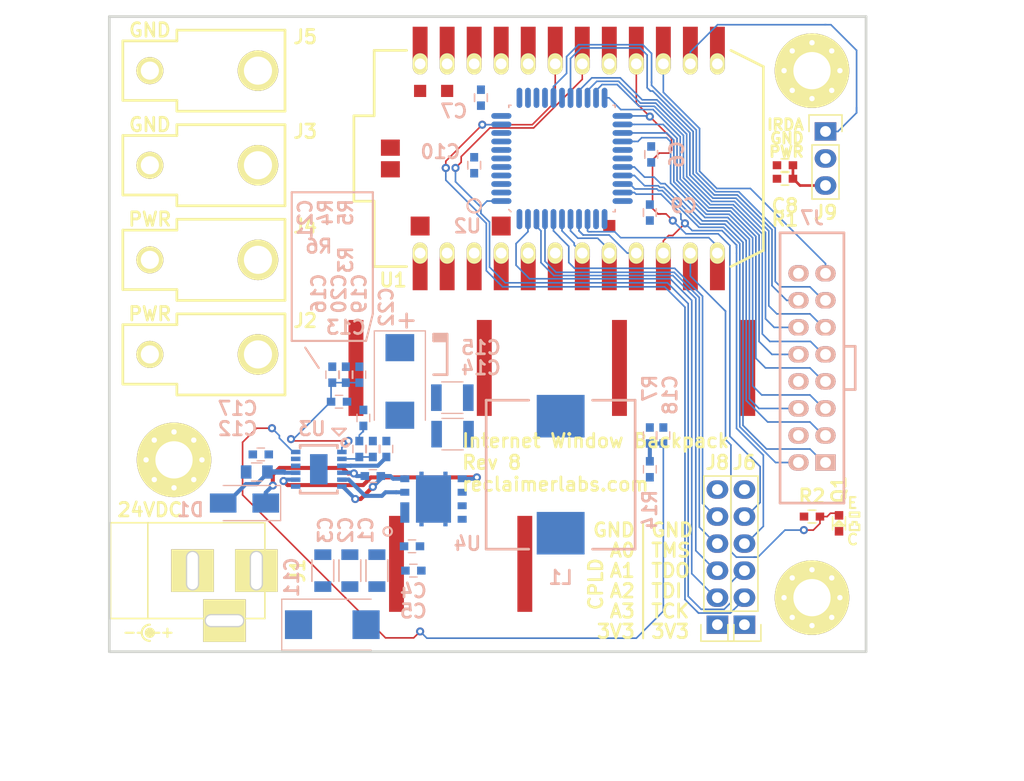
<source format=kicad_pcb>
(kicad_pcb (version 4) (host pcbnew 4.0.6)
  (layers (0 F.Cu signal) (31 B.Cu signal) (34 B.Paste user) (35 F.Paste user) (36 B.SilkS user) (37 F.SilkS user) (38 B.Mask user) (39 F.Mask user) (44 Edge.Cuts user))
  (net 0 "")
  (net 1 +5V)
  (net 2 GND)
  (net 3 +3V3)
  (net 4 /R1)
  (net 5 /OE)
  (net 6 /G1)
  (net 7 /LAT)
  (net 8 /B1)
  (net 9 /CLK)
  (net 10 /D)
  (net 11 /R2)
  (net 12 /C)
  (net 13 /G2)
  (net 14 /B)
  (net 15 /B2)
  (net 16 /A)
  (net 17 /TCK)
  (net 18 /TDI)
  (net 19 /TDO)
  (net 20 /TMS)
  (net 21 /PHOTO)
  (net 22 "Net-(U1-Pad22)")
  (net 23 /UART_TX)
  (net 24 /UART_RX)
  (net 25 /RST_CPLD)
  (net 26 "Net-(U1-Pad5)")
  (net 27 /SPI_MOSI)
  (net 28 /SPI_MISO)
  (net 29 /SPI_SCK)
  (net 30 /IRDA)
  (net 31 "Net-(U1-Pad25)")
  (net 32 "Net-(U1-Pad26)")
  (net 33 "Net-(U1-Pad27)")
  (net 34 "Net-(U1-Pad28)")
  (net 35 "Net-(U1-Pad29)")
  (net 36 "Net-(U1-Pad30)")
  (net 37 "Net-(U1-Pad31)")
  (net 38 "Net-(J1-Pad3)")
  (net 39 /PHOTON_RST)
  (net 40 "Net-(U2-Pad17)")
  (net 41 "Net-(U2-Pad2)")
  (net 42 "Net-(U2-Pad44)")
  (net 43 VIN)
  (net 44 /IR_PWR)
  (net 45 /SW)
  (net 46 "Net-(U2-Pad3)")
  (net 47 "Net-(U2-Pad7)")
  (net 48 "Net-(U2-Pad8)")
  (net 49 "Net-(U2-Pad9)")
  (net 50 "Net-(U2-Pad13)")
  (net 51 /CPLD_A3)
  (net 52 /CPLD_A2)
  (net 53 /CPLD_A1)
  (net 54 /CPLD_A0)
  (net 55 "Net-(U2-Pad4)")
  (net 56 "Net-(U2-Pad14)")
  (net 57 "Net-(U2-Pad15)")
  (net 58 "Net-(U2-Pad35)")
  (net 59 "Net-(U1-Pad20)")
  (net 60 "Net-(U1-Pad6)")
  (net 61 "Net-(U1-Pad17)")
  (net 62 "Net-(U1-Pad13)")
  (net 63 "Net-(C13-Pad2)")
  (net 64 "Net-(L1-Pad1)")
  (net 65 /DRVL)
  (net 66 /DRVH)
  (net 67 /INTVCC)
  (net 68 /ITH)
  (net 69 "Net-(C16-Pad2)")
  (net 70 /SENSE+)
  (net 71 /SS)
  (net 72 /FB)
  (module Reclaimer_Labs:BARREL_JACK_PJ_202AH_Slots (layer F.Cu) (at 58.42 109.22)
    (fp_text reference J1 (at 10.09904 0 90) (layer F.SilkS) (effects (font (size 1.27 1.27) (thickness 0.254))))
    (fp_text value BARREL_JACK)
    (pad 1 thru_hole rect (at 6.20014 0) (size 4 4) (drill oval 1.00076 3.5) (layers *.Cu *.Mask F.SilkS) (net 43 VIN))
    (pad 2 thru_hole rect (at 0.20066 0 180) (size 4 4) (drill oval 1.00076 3.5) (layers *.Cu *.Mask F.SilkS) (net 2 GND))
    (pad 3 thru_hole rect (at 3.2004 4.699) (size 4 4) (drill oval 3.5 1.00076) (layers *.Cu *.Mask F.SilkS) (net 38 "Net-(J1-Pad3)"))
  )
  (module Reclaimer_Labs:PHOTON (layer F.Cu) (at 93.98 70.485)
    (fp_text reference U1 (at -16.51 11.43 180) (layer F.SilkS) (effects (font (size 1.27 1.27) (thickness 0.254))))
    (fp_text value PHOTON)
    (pad 24 thru_hole oval (at -13.97 -8.89) (size 1.4 2) (drill 1.016) (layers *.Cu *.Mask F.SilkS) (net 3 +3V3))
    (pad 1 thru_hole oval (at -13.97 8.89) (size 1.4 2) (drill 1.016) (layers *.Cu *.Mask F.SilkS) (net 1 +5V))
    (pad 23 thru_hole oval (at -11.43 -8.89) (size 1.4 2) (drill 1.016) (layers *.Cu *.Mask F.SilkS) (net 39 /PHOTON_RST))
    (pad 2 thru_hole oval (at -11.43 8.89) (size 1.4 2) (drill 1.016) (layers *.Cu *.Mask F.SilkS) (net 2 GND))
    (pad 22 thru_hole oval (at -8.89 -8.89) (size 1.4 2) (drill 1.016) (layers *.Cu *.Mask F.SilkS) (net 22 "Net-(U1-Pad22)"))
    (pad 3 thru_hole oval (at -8.89 8.89) (size 1.4 2) (drill 1.016) (layers *.Cu *.Mask F.SilkS) (net 23 /UART_TX))
    (pad 21 thru_hole oval (at -6.35 -8.89) (size 1.4 2) (drill 1.016) (layers *.Cu *.Mask F.SilkS) (net 2 GND))
    (pad 4 thru_hole oval (at -6.35 8.89) (size 1.4 2) (drill 1.016) (layers *.Cu *.Mask F.SilkS) (net 24 /UART_RX))
    (pad 20 thru_hole oval (at -3.81 -8.89) (size 1.4 2) (drill 1.016) (layers *.Cu *.Mask F.SilkS) (net 59 "Net-(U1-Pad20)"))
    (pad 5 thru_hole oval (at -3.81 8.89) (size 1.4 2) (drill 1.016) (layers *.Cu *.Mask F.SilkS) (net 26 "Net-(U1-Pad5)"))
    (pad 19 thru_hole oval (at -1.27 -8.89) (size 1.4 2) (drill 1.016) (layers *.Cu *.Mask F.SilkS) (net 17 /TCK))
    (pad 6 thru_hole oval (at -1.27 8.89) (size 1.4 2) (drill 1.016) (layers *.Cu *.Mask F.SilkS) (net 60 "Net-(U1-Pad6)"))
    (pad 18 thru_hole oval (at 1.27 -8.89) (size 1.4 2) (drill 1.016) (layers *.Cu *.Mask F.SilkS) (net 18 /TDI))
    (pad 7 thru_hole oval (at 1.27 8.89) (size 1.4 2) (drill 1.016) (layers *.Cu *.Mask F.SilkS) (net 27 /SPI_MOSI))
    (pad 17 thru_hole oval (at 3.81 -8.89) (size 1.4 2) (drill 1.016) (layers *.Cu *.Mask F.SilkS) (net 61 "Net-(U1-Pad17)"))
    (pad 8 thru_hole oval (at 3.81 8.89) (size 1.4 2) (drill 1.016) (layers *.Cu *.Mask F.SilkS) (net 28 /SPI_MISO))
    (pad 16 thru_hole oval (at 6.35 -8.89) (size 1.4 2) (drill 1.016) (layers *.Cu *.Mask F.SilkS) (net 20 /TMS))
    (pad 9 thru_hole oval (at 6.35 8.89) (size 1.4 2) (drill 1.016) (layers *.Cu *.Mask F.SilkS) (net 29 /SPI_SCK))
    (pad 15 thru_hole oval (at 8.89 -8.89) (size 1.4 2) (drill 1.016) (layers *.Cu *.Mask F.SilkS) (net 5 /OE))
    (pad 10 thru_hole oval (at 8.89 8.89) (size 1.4 2) (drill 1.016) (layers *.Cu *.Mask F.SilkS) (net 19 /TDO))
    (pad 14 thru_hole oval (at 11.43 -8.89) (size 1.4 2) (drill 1.016) (layers *.Cu *.Mask F.SilkS) (net 30 /IRDA))
    (pad 11 thru_hole oval (at 11.43 8.89) (size 1.4 2) (drill 1.016) (layers *.Cu *.Mask F.SilkS) (net 21 /PHOTO))
    (pad 13 thru_hole oval (at 13.97 -8.89) (size 1.4 2) (drill 1.016) (layers *.Cu *.Mask F.SilkS) (net 62 "Net-(U1-Pad13)"))
    (pad 12 thru_hole oval (at 13.97 8.89) (size 1.4 2) (drill 1.016) (layers *.Cu *.Mask F.SilkS) (net 25 /RST_CPLD))
    (pad 1 smd rect (at -13.97 10.795) (size 1.4 3.175) (layers F.Cu F.Paste F.Mask) (net 1 +5V))
    (pad 2 smd rect (at -11.43 10.795) (size 1.4 3.175) (layers F.Cu F.Paste F.Mask) (net 2 GND))
    (pad 3 smd rect (at -8.89 10.795) (size 1.4 3.175) (layers F.Cu F.Paste F.Mask) (net 23 /UART_TX))
    (pad 4 smd rect (at -6.35 10.795) (size 1.4 3.175) (layers F.Cu F.Paste F.Mask) (net 24 /UART_RX))
    (pad 5 smd rect (at -3.81 10.795) (size 1.4 3.175) (layers F.Cu F.Paste F.Mask) (net 26 "Net-(U1-Pad5)"))
    (pad 6 smd rect (at -1.27 10.795) (size 1.4 3.175) (layers F.Cu F.Paste F.Mask) (net 60 "Net-(U1-Pad6)"))
    (pad 7 smd rect (at 1.27 10.795) (size 1.4 3.175) (layers F.Cu F.Paste F.Mask) (net 27 /SPI_MOSI))
    (pad 8 smd rect (at 3.81 10.795) (size 1.4 3.175) (layers F.Cu F.Paste F.Mask) (net 28 /SPI_MISO))
    (pad 9 smd rect (at 6.35 10.795) (size 1.4 3.175) (layers F.Cu F.Paste F.Mask) (net 29 /SPI_SCK))
    (pad 10 smd rect (at 8.89 10.795) (size 1.4 3.175) (layers F.Cu F.Paste F.Mask) (net 19 /TDO))
    (pad 11 smd rect (at 11.43 10.795) (size 1.4 3.175) (layers F.Cu F.Paste F.Mask) (net 21 /PHOTO))
    (pad 12 smd rect (at 13.97 10.795) (size 1.4 3.175) (layers F.Cu F.Paste F.Mask) (net 25 /RST_CPLD))
    (pad 13 smd rect (at 13.97 -10.795) (size 1.4 3.175) (layers F.Cu F.Paste F.Mask) (net 62 "Net-(U1-Pad13)"))
    (pad 14 smd rect (at 11.43 -10.795) (size 1.4 3.175) (layers F.Cu F.Paste F.Mask) (net 30 /IRDA))
    (pad 15 smd rect (at 8.89 -10.795) (size 1.4 3.175) (layers F.Cu F.Paste F.Mask) (net 5 /OE))
    (pad 16 smd rect (at 6.35 -10.795) (size 1.4 3.175) (layers F.Cu F.Paste F.Mask) (net 20 /TMS))
    (pad 17 smd rect (at 3.81 -10.795) (size 1.4 3.175) (layers F.Cu F.Paste F.Mask) (net 61 "Net-(U1-Pad17)"))
    (pad 18 smd rect (at 1.27 -10.795) (size 1.4 3.175) (layers F.Cu F.Paste F.Mask) (net 18 /TDI))
    (pad 19 smd rect (at -1.27 -10.795) (size 1.4 3.175) (layers F.Cu F.Paste F.Mask) (net 17 /TCK))
    (pad 20 smd rect (at -3.81 -10.795) (size 1.4 3.175) (layers F.Cu F.Paste F.Mask) (net 59 "Net-(U1-Pad20)"))
    (pad 21 smd rect (at -6.35 -10.795) (size 1.4 3.175) (layers F.Cu F.Paste F.Mask) (net 2 GND))
    (pad 22 smd rect (at -8.89 -10.795) (size 1.4 3.175) (layers F.Cu F.Paste F.Mask) (net 22 "Net-(U1-Pad22)"))
    (pad 23 smd rect (at -11.43 -10.795) (size 1.4 3.175) (layers F.Cu F.Paste F.Mask) (net 39 /PHOTON_RST))
    (pad 24 smd rect (at -13.97 -10.795) (size 1.4 3.175) (layers F.Cu F.Paste F.Mask) (net 3 +3V3))
    (pad 25 smd rect (at -13.97 6.35) (size 1.778 1.778) (layers F.Cu F.Paste F.Mask) (net 31 "Net-(U1-Pad25)"))
    (pad 26 smd rect (at -6.35 6.35) (size 1.778 1.778) (layers F.Cu F.Paste F.Mask) (net 32 "Net-(U1-Pad26)"))
    (pad 27 smd rect (at 3.81 6.35) (size 1.143 1.143) (layers F.Cu F.Paste F.Mask) (net 33 "Net-(U1-Pad27)"))
    (pad 28 smd rect (at -11.43 -6.35) (size 1.143 1.143) (layers F.Cu F.Paste F.Mask) (net 34 "Net-(U1-Pad28)"))
    (pad 29 smd rect (at -13.97 -6.35) (size 1.143 1.143) (layers F.Cu F.Paste F.Mask) (net 35 "Net-(U1-Pad29)"))
    (pad 30 smd rect (at -16.764 -1.016) (size 1.778 1.524) (layers F.Cu F.Paste F.Mask) (net 36 "Net-(U1-Pad30)"))
    (pad 31 smd rect (at -16.764 1.016) (size 1.778 1.524) (layers F.Cu F.Paste F.Mask) (net 37 "Net-(U1-Pad31)"))
  )
  (module Reclaimer_Labs:SRR1270 (layer B.Cu) (at 93.218 100.203 90)
    (fp_text reference L1 (at -9.666575 0 180) (layer B.SilkS) (effects (font (size 1.27 1.27) (thickness 0.254)) (justify mirror)))
    (fp_text value 1.5uH)
    (pad 1 smd rect (at -5.5 0) (size 4.5 4) (layers B.Cu B.Paste B.Mask) (net 64 "Net-(L1-Pad1)"))
    (pad 2 smd rect (at 5.5 0) (size 4.5 4) (layers B.Cu B.Paste B.Mask) (net 1 +5V))
  )
  (module Reclaimer_Labs:CSD87351Q5D (layer B.Cu) (at 81.264922 102.489 180)
    (fp_text reference U4 (at -3.190078 -4.191 180) (layer B.SilkS) (effects (font (size 1.27 1.27) (thickness 0.254)) (justify mirror)))
    (fp_text value CSD87351Q5D)
    (pad 1 smd rect (at 2.695 -1.27 180) (size 0.85 1.92) (layers B.Cu B.Paste B.Mask) (net 43 VIN))
    (pad 3 smd rect (at 2.695 0.635 180) (size 0.85 0.65) (layers B.Cu B.Paste B.Mask) (net 66 /DRVH))
    (pad 4 smd rect (at 2.695 1.905 180) (size 0.85 0.65) (layers B.Cu B.Paste B.Mask) (net 45 /SW))
    (pad 5 smd rect (at -2.695 1.905 180) (size 0.85 0.65) (layers B.Cu B.Paste B.Mask) (net 65 /DRVL))
    (pad 6 smd rect (at -2.695 0.635 180) (size 0.85 0.65) (layers B.Cu B.Paste B.Mask) (net 64 "Net-(L1-Pad1)"))
    (pad 7 smd rect (at -2.695 -0.635 180) (size 0.85 0.65) (layers B.Cu B.Paste B.Mask) (net 64 "Net-(L1-Pad1)"))
    (pad 8 smd rect (at -2.695 -1.905 180) (size 0.85 0.65) (layers B.Cu B.Paste B.Mask) (net 64 "Net-(L1-Pad1)"))
    (pad 9 smd rect (at 0 0 180) (size 3.3 4.46) (layers B.Cu B.Mask) (net 2 GND))
    (pad 9 smd rect (at -1.125 2.3975 180) (size 0.4 0.345) (layers B.Cu B.Paste B.Mask) (net 2 GND))
    (pad 9 smd rect (at 1.125 2.3975 180) (size 0.4 0.345) (layers B.Cu B.Paste B.Mask) (net 2 GND))
    (pad 9 smd rect (at -1.125 -2.3975 180) (size 0.4 0.345) (layers B.Cu B.Paste B.Mask) (net 2 GND))
    (pad 9 smd rect (at 1.125 -2.3975 180) (size 0.4 0.345) (layers B.Cu B.Paste B.Mask) (net 2 GND))
    (pad 9 smd rect (at -0.795 1.005 180) (size 1.31 1.73) (layers B.Cu B.Paste B.Mask) (net 2 GND))
    (pad 9 smd rect (at 0.795 1.005 180) (size 1.31 1.73) (layers B.Cu B.Paste B.Mask) (net 2 GND))
    (pad 9 smd rect (at -0.795 -1.005 180) (size 1.31 1.73) (layers B.Cu B.Paste B.Mask) (net 2 GND))
    (pad 9 smd rect (at 0.795 -1.005 180) (size 1.31 1.73) (layers B.Cu B.Paste B.Mask) (net 2 GND))
  )
  (module Reclaimer_Labs:QFP_44 (layer B.Cu) (at 93.345 70.485)
    (fp_text reference U2 (at -8.89 6.35) (layer B.SilkS) (effects (font (size 1.27 1.27) (thickness 0.254)) (justify mirror)))
    (fp_text value LC4032V-44TQFP)
    (pad 1 smd oval (at -5.7 4 270) (size 0.54 1.9) (layers B.Cu B.Paste B.Mask) (net 18 /TDI))
    (pad 2 smd oval (at -5.7 3.2 270) (size 0.54 1.9) (layers B.Cu B.Paste B.Mask) (net 41 "Net-(U2-Pad2)"))
    (pad 3 smd oval (at -5.7 2.4 270) (size 0.54 1.9) (layers B.Cu B.Paste B.Mask) (net 46 "Net-(U2-Pad3)"))
    (pad 4 smd oval (at -5.7 1.6 270) (size 0.54 1.9) (layers B.Cu B.Paste B.Mask) (net 55 "Net-(U2-Pad4)"))
    (pad 5 smd oval (at -5.7 0.8 270) (size 0.54 1.9) (layers B.Cu B.Paste B.Mask) (net 2 GND))
    (pad 6 smd oval (at -5.7 0 270) (size 0.54 1.9) (layers B.Cu B.Paste B.Mask) (net 3 +3V3))
    (pad 7 smd oval (at -5.7 -0.8 270) (size 0.54 1.9) (layers B.Cu B.Paste B.Mask) (net 47 "Net-(U2-Pad7)"))
    (pad 8 smd oval (at -5.7 -1.6 270) (size 0.54 1.9) (layers B.Cu B.Paste B.Mask) (net 48 "Net-(U2-Pad8)"))
    (pad 9 smd oval (at -5.7 -2.4 270) (size 0.54 1.9) (layers B.Cu B.Paste B.Mask) (net 49 "Net-(U2-Pad9)"))
    (pad 10 smd oval (at -5.7 -3.2 270) (size 0.54 1.9) (layers B.Cu B.Paste B.Mask) (net 17 /TCK))
    (pad 11 smd oval (at -5.7 -4 270) (size 0.54 1.9) (layers B.Cu B.Paste B.Mask) (net 3 +3V3))
    (pad 12 smd oval (at -4 -5.7) (size 0.54 1.9) (layers B.Cu B.Paste B.Mask) (net 2 GND))
    (pad 13 smd oval (at -3.2 -5.7) (size 0.54 1.9) (layers B.Cu B.Paste B.Mask) (net 50 "Net-(U2-Pad13)"))
    (pad 14 smd oval (at -2.4 -5.7) (size 0.54 1.9) (layers B.Cu B.Paste B.Mask) (net 56 "Net-(U2-Pad14)"))
    (pad 15 smd oval (at -1.6 -5.7) (size 0.54 1.9) (layers B.Cu B.Paste B.Mask) (net 57 "Net-(U2-Pad15)"))
    (pad 16 smd oval (at -0.8 -5.7) (size 0.54 1.9) (layers B.Cu B.Paste B.Mask) (net 9 /CLK))
    (pad 17 smd oval (at 0 -5.7) (size 0.54 1.9) (layers B.Cu B.Paste B.Mask) (net 40 "Net-(U2-Pad17)"))
    (pad 18 smd oval (at 0.8 -5.7) (size 0.54 1.9) (layers B.Cu B.Paste B.Mask) (net 7 /LAT))
    (pad 19 smd oval (at 1.6 -5.7) (size 0.54 1.9) (layers B.Cu B.Paste B.Mask) (net 12 /C))
    (pad 20 smd oval (at 2.4 -5.7) (size 0.54 1.9) (layers B.Cu B.Paste B.Mask) (net 10 /D))
    (pad 21 smd oval (at 3.2 -5.7) (size 0.54 1.9) (layers B.Cu B.Paste B.Mask) (net 16 /A))
    (pad 22 smd oval (at 4 -5.7) (size 0.54 1.9) (layers B.Cu B.Paste B.Mask) (net 14 /B))
    (pad 23 smd oval (at 5.7 -4 270) (size 0.54 1.9) (layers B.Cu B.Paste B.Mask) (net 20 /TMS))
    (pad 24 smd oval (at 5.7 -3.2 270) (size 0.54 1.9) (layers B.Cu B.Paste B.Mask) (net 15 /B2))
    (pad 25 smd oval (at 5.7 -2.4 270) (size 0.54 1.9) (layers B.Cu B.Paste B.Mask) (net 11 /R2))
    (pad 26 smd oval (at 5.7 -1.6 270) (size 0.54 1.9) (layers B.Cu B.Paste B.Mask) (net 13 /G2))
    (pad 27 smd oval (at 5.7 -0.8 270) (size 0.54 1.9) (layers B.Cu B.Paste B.Mask) (net 2 GND))
    (pad 28 smd oval (at 5.7 0 270) (size 0.54 1.9) (layers B.Cu B.Paste B.Mask) (net 3 +3V3))
    (pad 29 smd oval (at 5.7 0.8 270) (size 0.54 1.9) (layers B.Cu B.Paste B.Mask) (net 8 /B1))
    (pad 30 smd oval (at 5.7 1.6 270) (size 0.54 1.9) (layers B.Cu B.Paste B.Mask) (net 4 /R1))
    (pad 31 smd oval (at 5.7 2.4 270) (size 0.54 1.9) (layers B.Cu B.Paste B.Mask) (net 6 /G1))
    (pad 32 smd oval (at 5.7 3.2 270) (size 0.54 1.9) (layers B.Cu B.Paste B.Mask) (net 19 /TDO))
    (pad 33 smd oval (at 5.7 4 270) (size 0.54 1.9) (layers B.Cu B.Paste B.Mask) (net 3 +3V3))
    (pad 34 smd oval (at 4 5.7) (size 0.54 1.9) (layers B.Cu B.Paste B.Mask) (net 2 GND))
    (pad 35 smd oval (at 3.2 5.7) (size 0.54 1.9) (layers B.Cu B.Paste B.Mask) (net 58 "Net-(U2-Pad35)"))
    (pad 36 smd oval (at 2.4 5.7) (size 0.54 1.9) (layers B.Cu B.Paste B.Mask) (net 25 /RST_CPLD))
    (pad 37 smd oval (at 1.6 5.7) (size 0.54 1.9) (layers B.Cu B.Paste B.Mask) (net 29 /SPI_SCK))
    (pad 38 smd oval (at 0.8 5.7) (size 0.54 1.9) (layers B.Cu B.Paste B.Mask) (net 28 /SPI_MISO))
    (pad 39 smd oval (at 0 5.7) (size 0.54 1.9) (layers B.Cu B.Paste B.Mask) (net 27 /SPI_MOSI))
    (pad 40 smd oval (at -0.8 5.7) (size 0.54 1.9) (layers B.Cu B.Paste B.Mask) (net 54 /CPLD_A0))
    (pad 41 smd oval (at -1.6 5.7) (size 0.54 1.9) (layers B.Cu B.Paste B.Mask) (net 53 /CPLD_A1))
    (pad 42 smd oval (at -2.4 5.7) (size 0.54 1.9) (layers B.Cu B.Paste B.Mask) (net 52 /CPLD_A2))
    (pad 43 smd oval (at -3.2 5.7) (size 0.54 1.9) (layers B.Cu B.Paste B.Mask) (net 51 /CPLD_A3))
    (pad 44 smd oval (at -4 5.7) (size 0.54 1.9) (layers B.Cu B.Paste B.Mask) (net 42 "Net-(U2-Pad44)"))
  )
  (module Reclaimer_Labs:HEADER_THRU_02x08_POL (layer B.Cu) (at 116.84 90.17 270)
    (fp_text reference J7 (at -14.097 0 540) (layer B.SilkS) (effects (font (size 1.27 1.27) (thickness 0.254)) (justify mirror)))
    (fp_text value CONN_02X08)
    (pad 16 thru_hole oval (at -8.89 1.27 270) (size 1.524 1.905) (drill 1.016) (layers *.Cu *.Mask B.SilkS) (net 2 GND))
    (pad 15 thru_hole oval (at -8.89 -1.27 270) (size 1.524 1.905) (drill 1.016) (layers *.Cu *.Mask B.SilkS) (net 5 /OE))
    (pad 14 thru_hole oval (at -6.35 1.27 270) (size 1.524 1.905) (drill 1.016) (layers *.Cu *.Mask B.SilkS) (net 7 /LAT))
    (pad 13 thru_hole oval (at -6.35 -1.27 270) (size 1.524 1.905) (drill 1.016) (layers *.Cu *.Mask B.SilkS) (net 9 /CLK))
    (pad 12 thru_hole oval (at -3.81 1.27 270) (size 1.524 1.905) (drill 1.016) (layers *.Cu *.Mask B.SilkS) (net 10 /D))
    (pad 11 thru_hole oval (at -3.81 -1.27 270) (size 1.524 1.905) (drill 1.016) (layers *.Cu *.Mask B.SilkS) (net 12 /C))
    (pad 10 thru_hole oval (at -1.27 1.27 270) (size 1.524 1.905) (drill 1.016) (layers *.Cu *.Mask B.SilkS) (net 14 /B))
    (pad 9 thru_hole oval (at -1.27 -1.27 270) (size 1.524 1.905) (drill 1.016) (layers *.Cu *.Mask B.SilkS) (net 16 /A))
    (pad 8 thru_hole oval (at 1.27 1.27 270) (size 1.524 1.905) (drill 1.016) (layers *.Cu *.Mask B.SilkS) (net 2 GND))
    (pad 7 thru_hole oval (at 1.27 -1.27 270) (size 1.524 1.905) (drill 1.016) (layers *.Cu *.Mask B.SilkS) (net 15 /B2))
    (pad 6 thru_hole oval (at 3.81 1.27 270) (size 1.524 1.905) (drill 1.016) (layers *.Cu *.Mask B.SilkS) (net 13 /G2))
    (pad 5 thru_hole oval (at 3.81 -1.27 270) (size 1.524 1.905) (drill 1.016) (layers *.Cu *.Mask B.SilkS) (net 11 /R2))
    (pad 4 thru_hole oval (at 6.35 1.27 270) (size 1.524 1.905) (drill 1.016) (layers *.Cu *.Mask B.SilkS) (net 2 GND))
    (pad 3 thru_hole oval (at 6.35 -1.27 270) (size 1.524 1.905) (drill 1.016) (layers *.Cu *.Mask B.SilkS) (net 8 /B1))
    (pad 2 thru_hole oval (at 8.89 1.27 270) (size 1.524 1.905) (drill 1.016) (layers *.Cu *.Mask B.SilkS) (net 6 /G1))
    (pad 1 thru_hole rect (at 8.89 -1.27 270) (size 1.524 1.905) (drill 1.016) (layers *.Cu *.Mask B.SilkS) (net 4 /R1))
  )
  (module Reclaimer_Labs:3547 (layer F.Cu) (at 59.69 88.9)
    (fp_text reference J2 (at 9.525 -3.175) (layer F.SilkS) (effects (font (size 1.27 1.27) (thickness 0.254))))
    (fp_text value CONN_01X01)
    (pad 1 thru_hole circle (at -5.08 0) (size 2.54 2.54) (drill 1.7018) (layers *.Cu *.Mask F.SilkS) (net 1 +5V))
    (pad 1 thru_hole circle (at 5.08 0) (size 3.81 3.81) (drill 2.6416) (layers *.Cu *.Mask F.SilkS) (net 1 +5V))
  )
  (module Reclaimer_Labs:3547 (layer F.Cu) (at 59.69 71.12)
    (fp_text reference J3 (at 9.525 -3.175) (layer F.SilkS) (effects (font (size 1.27 1.27) (thickness 0.254))))
    (fp_text value CONN_01X01)
    (pad 1 thru_hole circle (at -5.08 0) (size 2.54 2.54) (drill 1.7018) (layers *.Cu *.Mask F.SilkS) (net 2 GND))
    (pad 1 thru_hole circle (at 5.08 0) (size 3.81 3.81) (drill 2.6416) (layers *.Cu *.Mask F.SilkS) (net 2 GND))
  )
  (module Reclaimer_Labs:3547 (layer F.Cu) (at 59.69 80.01)
    (fp_text reference J4 (at 9.525 -3.175) (layer F.SilkS) (effects (font (size 1.27 1.27) (thickness 0.254))))
    (fp_text value CONN_01X01)
    (pad 1 thru_hole circle (at -5.08 0) (size 2.54 2.54) (drill 1.7018) (layers *.Cu *.Mask F.SilkS) (net 1 +5V))
    (pad 1 thru_hole circle (at 5.08 0) (size 3.81 3.81) (drill 2.6416) (layers *.Cu *.Mask F.SilkS) (net 1 +5V))
  )
  (module Reclaimer_Labs:3547 (layer F.Cu) (at 59.69 62.23)
    (fp_text reference J5 (at 9.525 -3.175) (layer F.SilkS) (effects (font (size 1.27 1.27) (thickness 0.254))))
    (fp_text value CONN_01X01)
    (pad 1 thru_hole circle (at -5.08 0) (size 2.54 2.54) (drill 1.7018) (layers *.Cu *.Mask F.SilkS) (net 2 GND))
    (pad 1 thru_hole circle (at 5.08 0) (size 3.81 3.81) (drill 2.6416) (layers *.Cu *.Mask F.SilkS) (net 2 GND))
  )
  (module Reclaimer_Labs:MountingHole_3.5mm_Pad_Via (layer F.Cu) (at 116.84 62.23)
    (fp_text reference X3 hide)
    (fp_text value MTHOLE)
    (pad 1 thru_hole circle (at 0 0) (size 7 7) (drill 3.5) (layers *.Cu *.Mask F.SilkS) (net 2 GND))
    (pad 1 thru_hole circle (at 2.625 0) (size 0.6 0.6) (drill 0.5) (layers *.Cu *.Mask) (net 2 GND))
    (pad 1 thru_hole circle (at 1.856155 1.856155) (size 0.6 0.6) (drill 0.5) (layers *.Cu *.Mask) (net 2 GND))
    (pad 1 thru_hole circle (at 0 2.625) (size 0.6 0.6) (drill 0.5) (layers *.Cu *.Mask) (net 2 GND))
    (pad 1 thru_hole circle (at -1.856155 1.856155) (size 0.6 0.6) (drill 0.5) (layers *.Cu *.Mask) (net 2 GND))
    (pad 1 thru_hole circle (at -2.625 0) (size 0.6 0.6) (drill 0.5) (layers *.Cu *.Mask) (net 2 GND))
    (pad 1 thru_hole circle (at -1.856155 -1.856155) (size 0.6 0.6) (drill 0.5) (layers *.Cu *.Mask) (net 2 GND))
    (pad 1 thru_hole circle (at 0 -2.625) (size 0.6 0.6) (drill 0.5) (layers *.Cu *.Mask) (net 2 GND))
    (pad 1 thru_hole circle (at 1.856155 -1.856155) (size 0.6 0.6) (drill 0.5) (layers *.Cu *.Mask) (net 2 GND))
  )
  (module Reclaimer_Labs:MountingHole_3.5mm_Pad_Via (layer F.Cu) (at 56.88 98.81)
    (fp_text reference X1 hide)
    (fp_text value MTHOLE)
    (pad 1 thru_hole circle (at 0 0) (size 7 7) (drill 3.5) (layers *.Cu *.Mask F.SilkS) (net 2 GND))
    (pad 1 thru_hole circle (at 2.625 0) (size 0.6 0.6) (drill 0.5) (layers *.Cu *.Mask) (net 2 GND))
    (pad 1 thru_hole circle (at 1.856155 1.856155) (size 0.6 0.6) (drill 0.5) (layers *.Cu *.Mask) (net 2 GND))
    (pad 1 thru_hole circle (at 0 2.625) (size 0.6 0.6) (drill 0.5) (layers *.Cu *.Mask) (net 2 GND))
    (pad 1 thru_hole circle (at -1.856155 1.856155) (size 0.6 0.6) (drill 0.5) (layers *.Cu *.Mask) (net 2 GND))
    (pad 1 thru_hole circle (at -2.625 0) (size 0.6 0.6) (drill 0.5) (layers *.Cu *.Mask) (net 2 GND))
    (pad 1 thru_hole circle (at -1.856155 -1.856155) (size 0.6 0.6) (drill 0.5) (layers *.Cu *.Mask) (net 2 GND))
    (pad 1 thru_hole circle (at 0 -2.625) (size 0.6 0.6) (drill 0.5) (layers *.Cu *.Mask) (net 2 GND))
    (pad 1 thru_hole circle (at 1.856155 -1.856155) (size 0.6 0.6) (drill 0.5) (layers *.Cu *.Mask) (net 2 GND))
  )
  (module Reclaimer_Labs:MountingHole_3.5mm_Pad_Via (layer F.Cu) (at 116.84 111.76)
    (fp_text reference X2 hide)
    (fp_text value MTHOLE)
    (pad 1 thru_hole circle (at 0 0) (size 7 7) (drill 3.5) (layers *.Cu *.Mask F.SilkS) (net 2 GND))
    (pad 1 thru_hole circle (at 2.625 0) (size 0.6 0.6) (drill 0.5) (layers *.Cu *.Mask) (net 2 GND))
    (pad 1 thru_hole circle (at 1.856155 1.856155) (size 0.6 0.6) (drill 0.5) (layers *.Cu *.Mask) (net 2 GND))
    (pad 1 thru_hole circle (at 0 2.625) (size 0.6 0.6) (drill 0.5) (layers *.Cu *.Mask) (net 2 GND))
    (pad 1 thru_hole circle (at -1.856155 1.856155) (size 0.6 0.6) (drill 0.5) (layers *.Cu *.Mask) (net 2 GND))
    (pad 1 thru_hole circle (at -2.625 0) (size 0.6 0.6) (drill 0.5) (layers *.Cu *.Mask) (net 2 GND))
    (pad 1 thru_hole circle (at -1.856155 -1.856155) (size 0.6 0.6) (drill 0.5) (layers *.Cu *.Mask) (net 2 GND))
    (pad 1 thru_hole circle (at 0 -2.625) (size 0.6 0.6) (drill 0.5) (layers *.Cu *.Mask) (net 2 GND))
    (pad 1 thru_hole circle (at 1.856155 -1.856155) (size 0.6 0.6) (drill 0.5) (layers *.Cu *.Mask) (net 2 GND))
  )
  (module Capacitors_SMD:C_1206 (layer B.Cu) (at 75.946 109.22 270)
    (fp_text reference C1 (at -3.81 1.016 270) (layer B.SilkS) (effects (font (size 1.27 1.27) (thickness 0.254)) (justify mirror)))
    (fp_text value 10uF)
    (pad 1 smd rect (at -1.5 0 270) (size 1 1.6) (layers B.Cu B.Paste B.Mask) (net 43 VIN))
    (pad 2 smd rect (at 1.5 0 270) (size 1 1.6) (layers B.Cu B.Paste B.Mask) (net 2 GND))
  )
  (module Capacitors_SMD:C_1206 (layer B.Cu) (at 73.406 109.22 270)
    (fp_text reference C2 (at -3.81 0.381 270) (layer B.SilkS) (effects (font (size 1.27 1.27) (thickness 0.254)) (justify mirror)))
    (fp_text value 10uF)
    (pad 1 smd rect (at -1.5 0 270) (size 1 1.6) (layers B.Cu B.Paste B.Mask) (net 43 VIN))
    (pad 2 smd rect (at 1.5 0 270) (size 1 1.6) (layers B.Cu B.Paste B.Mask) (net 2 GND))
  )
  (module Capacitors_SMD:C_1206 (layer B.Cu) (at 70.866 109.22 270)
    (fp_text reference C3 (at -3.81 -0.254 270) (layer B.SilkS) (effects (font (size 1.27 1.27) (thickness 0.254)) (justify mirror)))
    (fp_text value 10uF)
    (pad 1 smd rect (at -1.5 0 270) (size 1 1.6) (layers B.Cu B.Paste B.Mask) (net 43 VIN))
    (pad 2 smd rect (at 1.5 0 270) (size 1 1.6) (layers B.Cu B.Paste B.Mask) (net 2 GND))
  )
  (module Capacitors_SMD:C_0603 (layer B.Cu) (at 101.727 70.104 90)
    (fp_text reference C6 (at 0 2.413 90) (layer B.SilkS) (effects (font (size 1.27 1.27) (thickness 0.254)) (justify mirror)))
    (fp_text value 0.1uF)
    (pad 1 smd rect (at -0.75 0 90) (size 0.8 0.75) (layers B.Cu B.Paste B.Mask) (net 3 +3V3))
    (pad 2 smd rect (at 0.75 0 90) (size 0.8 0.75) (layers B.Cu B.Paste B.Mask) (net 2 GND))
  )
  (module Capacitors_SMD:C_0603 (layer B.Cu) (at 85.725 64.77 90)
    (fp_text reference C7 (at -1.27 -2.54 360) (layer B.SilkS) (effects (font (size 1.27 1.27) (thickness 0.254)) (justify mirror)))
    (fp_text value 0.1uF)
    (pad 1 smd rect (at -0.75 0 90) (size 0.8 0.75) (layers B.Cu B.Paste B.Mask) (net 3 +3V3))
    (pad 2 smd rect (at 0.75 0 90) (size 0.8 0.75) (layers B.Cu B.Paste B.Mask) (net 2 GND))
  )
  (module Capacitors_SMD:C_0603 (layer F.Cu) (at 114.3 71.12 180)
    (fp_text reference C8 (at 0 -3.81 180) (layer F.SilkS) (effects (font (size 1.27 1.27) (thickness 0.254))))
    (fp_text value 0.1uF)
    (pad 1 smd rect (at -0.75 0 180) (size 0.8 0.75) (layers F.Cu F.Paste F.Mask) (net 44 /IR_PWR))
    (pad 2 smd rect (at 0.75 0 180) (size 0.8 0.75) (layers F.Cu F.Paste F.Mask) (net 2 GND))
  )
  (module Capacitors_SMD:C_0603 (layer B.Cu) (at 101.6 75.565 270)
    (fp_text reference C9 (at -0.635 -3.175 540) (layer B.SilkS) (effects (font (size 1.27 1.27) (thickness 0.254)) (justify mirror)))
    (fp_text value 0.1uF)
    (pad 1 smd rect (at -0.75 0 270) (size 0.8 0.75) (layers B.Cu B.Paste B.Mask) (net 3 +3V3))
    (pad 2 smd rect (at 0.75 0 270) (size 0.8 0.75) (layers B.Cu B.Paste B.Mask) (net 2 GND))
  )
  (module Capacitors_SMD:C_0603 (layer B.Cu) (at 85.09 71.12 270)
    (fp_text reference C10 (at -1.27 3.175 360) (layer B.SilkS) (effects (font (size 1.27 1.27) (thickness 0.254)) (justify mirror)))
    (fp_text value 0.1uF)
    (pad 1 smd rect (at -0.75 0 270) (size 0.8 0.75) (layers B.Cu B.Paste B.Mask) (net 3 +3V3))
    (pad 2 smd rect (at 0.75 0 270) (size 0.8 0.75) (layers B.Cu B.Paste B.Mask) (net 2 GND))
  )
  (module Socket_Strips:Socket_Strip_Straight_1x06 (layer F.Cu) (at 110.49 114.3 90)
    (fp_text reference J6 (at 15.24 0 180) (layer F.SilkS) (effects (font (size 1.27 1.27) (thickness 0.254))))
    (fp_text value CONN_01X06)
    (pad 1 thru_hole rect (at 0 0 90) (size 1.7272 2.032) (drill 1.016) (layers *.Cu *.Mask) (net 3 +3V3))
    (pad 2 thru_hole oval (at 2.54 0 90) (size 1.7272 2.032) (drill 1.016) (layers *.Cu *.Mask) (net 17 /TCK))
    (pad 3 thru_hole oval (at 5.08 0 90) (size 1.7272 2.032) (drill 1.016) (layers *.Cu *.Mask) (net 18 /TDI))
    (pad 4 thru_hole oval (at 7.62 0 90) (size 1.7272 2.032) (drill 1.016) (layers *.Cu *.Mask) (net 19 /TDO))
    (pad 5 thru_hole oval (at 10.16 0 90) (size 1.7272 2.032) (drill 1.016) (layers *.Cu *.Mask) (net 20 /TMS))
    (pad 6 thru_hole oval (at 12.7 0 90) (size 1.7272 2.032) (drill 1.016) (layers *.Cu *.Mask) (net 2 GND))
  )
  (module Socket_Strips:Socket_Strip_Straight_1x06 (layer F.Cu) (at 107.95 114.3 90)
    (fp_text reference J8 (at 15.24 0 180) (layer F.SilkS) (effects (font (size 1.27 1.27) (thickness 0.254))))
    (fp_text value CONN_01X06)
    (pad 1 thru_hole rect (at 0 0 90) (size 1.7272 2.032) (drill 1.016) (layers *.Cu *.Mask) (net 3 +3V3))
    (pad 2 thru_hole oval (at 2.54 0 90) (size 1.7272 2.032) (drill 1.016) (layers *.Cu *.Mask) (net 51 /CPLD_A3))
    (pad 3 thru_hole oval (at 5.08 0 90) (size 1.7272 2.032) (drill 1.016) (layers *.Cu *.Mask) (net 52 /CPLD_A2))
    (pad 4 thru_hole oval (at 7.62 0 90) (size 1.7272 2.032) (drill 1.016) (layers *.Cu *.Mask) (net 53 /CPLD_A1))
    (pad 5 thru_hole oval (at 10.16 0 90) (size 1.7272 2.032) (drill 1.016) (layers *.Cu *.Mask) (net 54 /CPLD_A0))
    (pad 6 thru_hole oval (at 12.7 0 90) (size 1.7272 2.032) (drill 1.016) (layers *.Cu *.Mask) (net 2 GND))
  )
  (module Socket_Strips:Socket_Strip_Straight_1x03 (layer F.Cu) (at 118.11 67.945 270)
    (fp_text reference J9 (at 7.62 0 360) (layer F.SilkS) (effects (font (size 1.27 1.27) (thickness 0.254))))
    (fp_text value CONN_01X03)
    (pad 1 thru_hole rect (at 0 0 270) (size 1.7272 2.032) (drill 1.016) (layers *.Cu *.Mask) (net 30 /IRDA))
    (pad 2 thru_hole oval (at 2.54 0 270) (size 1.7272 2.032) (drill 1.016) (layers *.Cu *.Mask) (net 2 GND))
    (pad 3 thru_hole oval (at 5.08 0 270) (size 1.7272 2.032) (drill 1.016) (layers *.Cu *.Mask) (net 44 /IR_PWR))
  )
  (module Capacitors_SMD:C_0603 (layer F.Cu) (at 114.3 72.39)
    (fp_text reference R1 (at 0 3.81) (layer F.SilkS) (effects (font (size 1.27 1.27) (thickness 0.254))))
    (fp_text value 100R)
    (pad 1 smd rect (at -0.75 0) (size 0.8 0.75) (layers F.Cu F.Paste F.Mask) (net 3 +3V3))
    (pad 2 smd rect (at 0.75 0) (size 0.8 0.75) (layers F.Cu F.Paste F.Mask) (net 44 /IR_PWR))
  )
  (module Capacitors_SMD:C_0603 (layer F.Cu) (at 116.84 104.14 180)
    (fp_text reference R2 (at 0 1.905 180) (layer F.SilkS) (effects (font (size 1.27 1.27) (thickness 0.254))))
    (fp_text value 10k)
    (pad 1 smd rect (at -0.75 0 180) (size 0.8 0.75) (layers F.Cu F.Paste F.Mask) (net 21 /PHOTO))
    (pad 2 smd rect (at 0.75 0 180) (size 0.8 0.75) (layers F.Cu F.Paste F.Mask) (net 2 GND))
  )
  (module Capacitors_SMD:C_0603 (layer B.Cu) (at 79.248 106.934)
    (fp_text reference C4 (at 0.127 4.191 180) (layer B.SilkS) (effects (font (size 1.27 1.27) (thickness 0.254)) (justify mirror)))
    (fp_text value 0.1uF)
    (pad 1 smd rect (at -0.75 0) (size 0.8 0.75) (layers B.Cu B.Paste B.Mask) (net 43 VIN))
    (pad 2 smd rect (at 0.75 0) (size 0.8 0.75) (layers B.Cu B.Paste B.Mask) (net 2 GND))
  )
  (module Capacitors_Tantalum_SMD:CP_Tantalum_Case-D_EIA-7343-31_Reflow (layer B.Cu) (at 71.755 114.3)
    (fp_text reference C11 (at -3.81 -4.445 90) (layer B.SilkS) (effects (font (size 1.27 1.27) (thickness 0.254)) (justify mirror)))
    (fp_text value DNP)
    (pad 1 smd rect (at -3.175 0) (size 2.55 2.7) (layers B.Cu B.Paste B.Mask) (net 43 VIN))
    (pad 2 smd rect (at 3.175 0) (size 2.55 2.7) (layers B.Cu B.Paste B.Mask) (net 2 GND))
  )
  (module Capacitors_SMD:C_0603 (layer B.Cu) (at 75.565 100.33 180)
    (fp_text reference C13 (at 2.54 13.97 180) (layer B.SilkS) (effects (font (size 1.27 1.27) (thickness 0.254)) (justify mirror)))
    (fp_text value 1uF)
    (pad 1 smd rect (at -0.75 0 180) (size 0.8 0.75) (layers B.Cu B.Paste B.Mask) (net 45 /SW))
    (pad 2 smd rect (at 0.75 0 180) (size 0.8 0.75) (layers B.Cu B.Paste B.Mask) (net 63 "Net-(C13-Pad2)"))
  )
  (module Capacitors_SMD:C_0603 (layer B.Cu) (at 74.295 97.79 90)
    (fp_text reference C16 (at 14.605 -3.81 90) (layer B.SilkS) (effects (font (size 1.27 1.27) (thickness 0.254)) (justify mirror)))
    (fp_text value 2200pF)
    (pad 1 smd rect (at -0.75 0 90) (size 0.8 0.75) (layers B.Cu B.Paste B.Mask) (net 68 /ITH))
    (pad 2 smd rect (at 0.75 0 90) (size 0.8 0.75) (layers B.Cu B.Paste B.Mask) (net 69 "Net-(C16-Pad2)"))
  )
  (module Capacitors_SMD:C_0603 (layer B.Cu) (at 65.036 98.298 180)
    (fp_text reference C17 (at 2.171 4.318 180) (layer B.SilkS) (effects (font (size 1.27 1.27) (thickness 0.254)) (justify mirror)))
    (fp_text value 1uF)
    (pad 1 smd rect (at -0.75 0 180) (size 0.8 0.75) (layers B.Cu B.Paste B.Mask) (net 43 VIN))
    (pad 2 smd rect (at 0.75 0 180) (size 0.8 0.75) (layers B.Cu B.Paste B.Mask) (net 2 GND))
  )
  (module Capacitors_SMD:C_0603 (layer B.Cu) (at 102.87 96.52 270)
    (fp_text reference C18 (at -3.81 -0.635 270) (layer B.SilkS) (effects (font (size 1.27 1.27) (thickness 0.254)) (justify mirror)))
    (fp_text value 0.1uF)
    (pad 1 smd rect (at -0.75 0 270) (size 0.8 0.75) (layers B.Cu B.Paste B.Mask) (net 1 +5V))
    (pad 2 smd rect (at 0.75 0 270) (size 0.8 0.75) (layers B.Cu B.Paste B.Mask) (net 70 /SENSE+))
  )
  (module Capacitors_SMD:C_0603 (layer B.Cu) (at 76.835 97.79 90)
    (fp_text reference C19 (at 14.605 -2.54 90) (layer B.SilkS) (effects (font (size 1.27 1.27) (thickness 0.254)) (justify mirror)))
    (fp_text value 0.1uF)
    (pad 1 smd rect (at -0.75 0 90) (size 0.8 0.75) (layers B.Cu B.Paste B.Mask) (net 71 /SS))
    (pad 2 smd rect (at 0.75 0 90) (size 0.8 0.75) (layers B.Cu B.Paste B.Mask) (net 2 GND))
  )
  (module Capacitors_SMD:C_0603 (layer B.Cu) (at 75.565 97.79 90)
    (fp_text reference C20 (at 14.605 -3.175 90) (layer B.SilkS) (effects (font (size 1.27 1.27) (thickness 0.254)) (justify mirror)))
    (fp_text value 100pF)
    (pad 1 smd rect (at -0.75 0 90) (size 0.8 0.75) (layers B.Cu B.Paste B.Mask) (net 68 /ITH))
    (pad 2 smd rect (at 0.75 0 90) (size 0.8 0.75) (layers B.Cu B.Paste B.Mask) (net 2 GND))
  )
  (module Capacitors_SMD:C_0603 (layer B.Cu) (at 71.755 90.805 90)
    (fp_text reference C21 (at 14.605 -2.54 90) (layer B.SilkS) (effects (font (size 1.27 1.27) (thickness 0.254)) (justify mirror)))
    (fp_text value DNP)
    (pad 1 smd rect (at -0.75 0 90) (size 0.8 0.75) (layers B.Cu B.Paste B.Mask) (net 72 /FB))
    (pad 2 smd rect (at 0.75 0 90) (size 0.8 0.75) (layers B.Cu B.Paste B.Mask) (net 1 +5V))
  )
  (module Capacitors_Tantalum_SMD:CP_Tantalum_Case-D_EIA-7343-31_Reflow (layer B.Cu) (at 78.105 91.44 270)
    (fp_text reference C22 (at -6.985 1.27 450) (layer B.SilkS) (effects (font (size 1.27 1.27) (thickness 0.254)) (justify mirror)))
    (fp_text value 100uF)
    (pad 1 smd rect (at -3.175 0 270) (size 2.55 2.7) (layers B.Cu B.Paste B.Mask) (net 1 +5V))
    (pad 2 smd rect (at 3.175 0 270) (size 2.55 2.7) (layers B.Cu B.Paste B.Mask) (net 2 GND))
  )
  (module Diodes_SMD:D_SMA_Standard (layer B.Cu) (at 63.5 102.87 180)
    (fp_text reference D1 (at 5.08 -0.635 180) (layer B.SilkS) (effects (font (size 1.27 1.27) (thickness 0.254)) (justify mirror)))
    (fp_text value B140)
    (pad 1 smd rect (at -2 0 180) (size 2.5 1.8) (layers B.Cu B.Paste B.Mask) (net 63 "Net-(C13-Pad2)"))
    (pad 2 smd rect (at 2 0 180) (size 2.5 1.8) (layers B.Cu B.Paste B.Mask) (net 67 /INTVCC))
  )
  (module Capacitors_SMD:C_0603 (layer B.Cu) (at 74.676 94.869 90)
    (fp_text reference R3 (at 14.859 -1.651 90) (layer B.SilkS) (effects (font (size 1.27 1.27) (thickness 0.254)) (justify mirror)))
    (fp_text value 10k)
    (pad 1 smd rect (at -0.75 0 90) (size 0.8 0.75) (layers B.Cu B.Paste B.Mask) (net 69 "Net-(C16-Pad2)"))
    (pad 2 smd rect (at 0.75 0 90) (size 0.8 0.75) (layers B.Cu B.Paste B.Mask) (net 2 GND))
  )
  (module Capacitors_SMD:C_0603 (layer B.Cu) (at 73.025 90.805 90)
    (fp_text reference R4 (at 15.24 -1.905 90) (layer B.SilkS) (effects (font (size 1.27 1.27) (thickness 0.254)) (justify mirror)))
    (fp_text value 100k)
    (pad 1 smd rect (at -0.75 0 90) (size 0.8 0.75) (layers B.Cu B.Paste B.Mask) (net 72 /FB))
    (pad 2 smd rect (at 0.75 0 90) (size 0.8 0.75) (layers B.Cu B.Paste B.Mask) (net 1 +5V))
  )
  (module Capacitors_SMD:C_0603 (layer B.Cu) (at 74.295 90.805 90)
    (fp_text reference R5 (at 15.24 -1.27 90) (layer B.SilkS) (effects (font (size 1.27 1.27) (thickness 0.254)) (justify mirror)))
    (fp_text value 100k)
    (pad 1 smd rect (at -0.75 0 90) (size 0.8 0.75) (layers B.Cu B.Paste B.Mask) (net 72 /FB))
    (pad 2 smd rect (at 0.75 0 90) (size 0.8 0.75) (layers B.Cu B.Paste B.Mask) (net 1 +5V))
  )
  (module Capacitors_SMD:C_0603 (layer B.Cu) (at 72.39 93.345 180)
    (fp_text reference R6 (at 1.905 14.605 180) (layer B.SilkS) (effects (font (size 1.27 1.27) (thickness 0.254)) (justify mirror)))
    (fp_text value 10k)
    (pad 1 smd rect (at -0.75 0 180) (size 0.8 0.75) (layers B.Cu B.Paste B.Mask) (net 2 GND))
    (pad 2 smd rect (at 0.75 0 180) (size 0.8 0.75) (layers B.Cu B.Paste B.Mask) (net 72 /FB))
  )
  (module Capacitors_SMD:C_0603 (layer B.Cu) (at 101.6 96.52 90)
    (fp_text reference R7 (at 4.445 0 90) (layer B.SilkS) (effects (font (size 1.27 1.27) (thickness 0.254)) (justify mirror)))
    (fp_text value 28k0)
    (pad 1 smd rect (at -0.75 0 90) (size 0.8 0.75) (layers B.Cu B.Paste B.Mask) (net 70 /SENSE+))
    (pad 2 smd rect (at 0.75 0 90) (size 0.8 0.75) (layers B.Cu B.Paste B.Mask) (net 1 +5V))
  )
  (module Capacitors_SMD:C_0603 (layer B.Cu) (at 101.6 99.695 270)
    (fp_text reference R14 (at 3.81 0 450) (layer B.SilkS) (effects (font (size 1.27 1.27) (thickness 0.254)) (justify mirror)))
    (fp_text value 7k32)
    (pad 1 smd rect (at -0.75 0 270) (size 0.8 0.75) (layers B.Cu B.Paste B.Mask) (net 70 /SENSE+))
    (pad 2 smd rect (at 0.75 0 270) (size 0.8 0.75) (layers B.Cu B.Paste B.Mask) (net 64 "Net-(L1-Pad1)"))
  )
  (module Reclaimer_Labs:12-MSE (layer B.Cu) (at 70.485 99.695 270)
    (fp_text reference U3 (at -3.81 0.635 540) (layer B.SilkS) (effects (font (size 1.27 1.27) (thickness 0.254)) (justify mirror)))
    (fp_text value LTC3854)
    (pad 12 smd rect (at -1.625 2.1705 270) (size 0.42 0.889) (layers B.Cu B.Paste B.Mask) (net 70 /SENSE+))
    (pad 1 smd rect (at -1.625 -2.1705 270) (size 0.42 0.889) (layers B.Cu B.Paste B.Mask) (net 72 /FB))
    (pad 11 smd rect (at -0.975 2.1705 270) (size 0.42 0.889) (layers B.Cu B.Paste B.Mask) (net 1 +5V))
    (pad 2 smd rect (at -0.975 -2.1705 270) (size 0.42 0.889) (layers B.Cu B.Paste B.Mask) (net 68 /ITH))
    (pad 10 smd rect (at -0.325 2.1705 270) (size 0.42 0.889) (layers B.Cu B.Paste B.Mask) (net 43 VIN))
    (pad 3 smd rect (at -0.325 -2.1705 270) (size 0.42 0.889) (layers B.Cu B.Paste B.Mask) (net 71 /SS))
    (pad 9 smd rect (at 0.325 2.1705 270) (size 0.42 0.889) (layers B.Cu B.Paste B.Mask) (net 67 /INTVCC))
    (pad 4 smd rect (at 0.325 -2.1705 270) (size 0.42 0.889) (layers B.Cu B.Paste B.Mask) (net 63 "Net-(C13-Pad2)"))
    (pad 8 smd rect (at 0.975 2.1705 270) (size 0.42 0.889) (layers B.Cu B.Paste B.Mask) (net 65 /DRVL))
    (pad 5 smd rect (at 0.975 -2.1705 270) (size 0.42 0.889) (layers B.Cu B.Paste B.Mask) (net 66 /DRVH))
    (pad 7 smd rect (at 1.625 2.1705 270) (size 0.42 0.889) (layers B.Cu B.Paste B.Mask) (net 2 GND))
    (pad 6 smd rect (at 1.625 -2.1705 270) (size 0.42 0.889) (layers B.Cu B.Paste B.Mask) (net 45 /SW))
    (pad 13 smd rect (at 0 0 270) (size 2.845 1.651) (layers B.Cu B.Paste B.Mask) (net 2 GND))
  )
  (module Capacitors_SMD:C_0603 (layer B.Cu) (at 79.375 109.22)
    (fp_text reference C5 (at 0 3.81) (layer B.SilkS) (effects (font (size 1.27 1.27) (thickness 0.254)) (justify mirror)))
    (fp_text value 1uF)
    (pad 1 smd rect (at -0.75 0) (size 0.8 0.75) (layers B.Cu B.Paste B.Mask) (net 43 VIN))
    (pad 2 smd rect (at 0.75 0) (size 0.8 0.75) (layers B.Cu B.Paste B.Mask) (net 2 GND))
  )
  (module Capacitors_SMD:C_0805 (layer B.Cu) (at 64.659 99.949 180)
    (fp_text reference C12 (at 1.794 4.064 180) (layer B.SilkS) (effects (font (size 1.27 1.27) (thickness 0.254)) (justify mirror)))
    (fp_text value 10uF)
    (pad 1 smd rect (at -1 0 180) (size 1 1.25) (layers B.Cu B.Paste B.Mask) (net 67 /INTVCC))
    (pad 2 smd rect (at 1 0 180) (size 1 1.25) (layers B.Cu B.Paste B.Mask) (net 2 GND))
  )
  (module Capacitors_SMD:C_1210 (layer B.Cu) (at 83.058 96.393 180)
    (fp_text reference C14 (at -2.667 6.223 180) (layer B.SilkS) (effects (font (size 1.27 1.27) (thickness 0.254)) (justify mirror)))
    (fp_text value 100uF)
    (pad 1 smd rect (at -1.5 0 180) (size 1 2.5) (layers B.Cu B.Paste B.Mask) (net 1 +5V))
    (pad 2 smd rect (at 1.5 0 180) (size 1 2.5) (layers B.Cu B.Paste B.Mask) (net 2 GND))
  )
  (module Capacitors_SMD:C_1210 (layer B.Cu) (at 83.034 92.964 180)
    (fp_text reference C15 (at -2.691 4.699 180) (layer B.SilkS) (effects (font (size 1.27 1.27) (thickness 0.254)) (justify mirror)))
    (fp_text value 100uF)
    (pad 1 smd rect (at -1.5 0 180) (size 1 2.5) (layers B.Cu B.Paste B.Mask) (net 1 +5V))
    (pad 2 smd rect (at 1.5 0 180) (size 1 2.5) (layers B.Cu B.Paste B.Mask) (net 2 GND))
  )
  (module Reclaimer_Labs:573100D00010G (layer F.Cu) (at 83.82 108.585 180)
    (fp_text reference X4 hide)
    (fp_text value HEATSiNK)
    (pad 1 smd rect (at -6.03 0 180) (size 1.4 9.02) (layers F.Cu F.Paste F.Mask) (net 2 GND))
    (pad 1 smd rect (at 6.03 0 180) (size 1.4 9.02) (layers F.Cu F.Paste F.Mask) (net 2 GND))
  )
  (module Reclaimer_Labs:573100D00010G (layer F.Cu) (at 104.775 90.17 180)
    (fp_text reference X5 hide)
    (fp_text value HEATSiNK)
    (pad 1 smd rect (at -6.03 0 180) (size 1.4 9.02) (layers F.Cu F.Paste F.Mask) (net 2 GND))
    (pad 1 smd rect (at 6.03 0 180) (size 1.4 9.02) (layers F.Cu F.Paste F.Mask) (net 2 GND))
  )
  (module Reclaimer_Labs:573100D00010G (layer F.Cu) (at 80.01 90.17 180)
    (fp_text reference X6 hide)
    (fp_text value HEATSiNK)
    (pad 1 smd rect (at -6.03 0 180) (size 1.4 9.02) (layers F.Cu F.Paste F.Mask) (net 2 GND))
    (pad 1 smd rect (at 6.03 0 180) (size 1.4 9.02) (layers F.Cu F.Paste F.Mask) (net 2 GND))
  )
  (module Reclaimer_Labs:Photo_Trans_ALS-PT19-315C (layer F.Cu) (at 119.38 104.775 270)
    (fp_text reference Q1 (at -3.175 0 270) (layer F.SilkS) (effects (font (size 1.27 1.27) (thickness 0.254))))
    (fp_text value Photo_Trans)
    (pad E smd rect (at -0.75 0 270) (size 0.8 0.8) (layers F.Cu F.Paste F.Mask) (net 21 /PHOTO))
    (pad C smd rect (at 0.75 0 270) (size 0.8 0.8) (layers F.Cu F.Paste F.Mask) (net 3 +3V3))
  )
  (gr_line (start 82.55 90.805) (end 81.28 90.805) (layer B.SilkS) (width 0.254))
  (gr_line (start 81.28 86.995) (end 81.28 87.63) (layer B.SilkS) (width 0.254))
  (gr_line (start 81.28 87.249) (end 82.55 87.249) (layer B.SilkS) (width 0.254))
  (gr_line (start 81.28 87.376) (end 82.55 87.376) (layer B.SilkS) (width 0.254))
  (gr_line (start 81.28 87.63) (end 82.55 87.63) (layer B.SilkS) (width 0.254))
  (gr_line (start 82.55 86.995) (end 82.55 90.805) (layer B.SilkS) (width 0.254))
  (gr_line (start 81.28 86.995) (end 82.55 86.995) (layer B.SilkS) (width 0.254))
  (gr_line (start 78.74 86.36) (end 78.74 85.09) (layer B.SilkS) (width 0.254))
  (gr_line (start 78.105 85.725) (end 79.375 85.725) (layer B.SilkS) (width 0.254))
  (gr_line (start 69.215 88.265) (end 70.485 90.17) (layer B.SilkS) (width 0.2))
  (gr_line (start 67.945 87.63) (end 67.945 73.66) (layer B.SilkS) (width 0.2))
  (gr_line (start 74.93 87.63) (end 67.945 87.63) (layer B.SilkS) (width 0.2))
  (gr_line (start 75.565 85.09) (end 74.93 87.63) (layer B.SilkS) (width 0.2))
  (gr_line (start 75.565 73.66) (end 75.565 85.09) (layer B.SilkS) (width 0.2))
  (gr_line (start 67.945 73.66) (end 75.565 73.66) (layer B.SilkS) (width 0.2))
  (gr_line (start 73.025 95.885) (end 72.39 96.52) (layer B.SilkS) (width 0.2))
  (gr_line (start 71.755 95.885) (end 73.025 95.885) (layer B.SilkS) (width 0.2))
  (gr_line (start 72.39 96.52) (end 71.755 95.885) (layer B.SilkS) (width 0.2))
  (gr_line (start 120.396 103.759) (end 120.396 104.14) (layer F.SilkS) (width 0.2))
  (gr_line (start 121.285 103.759) (end 120.396 103.759) (layer F.SilkS) (width 0.2))
  (gr_line (start 121.285 104.14) (end 121.285 103.759) (layer F.SilkS) (width 0.2))
  (gr_line (start 120.396 104.14) (end 121.285 104.14) (layer F.SilkS) (width 0.2))
  (gr_line (start 120.396 104.902) (end 120.396 105.41) (layer F.SilkS) (width 0.2))
  (gr_line (start 120.65 104.902) (end 120.396 104.902) (layer F.SilkS) (width 0.2))
  (gr_line (start 120.65 104.648) (end 120.65 104.902) (layer F.SilkS) (width 0.2))
  (gr_line (start 121.031 104.648) (end 120.65 104.648) (layer F.SilkS) (width 0.2))
  (gr_line (start 121.031 104.902) (end 121.031 104.648) (layer F.SilkS) (width 0.2))
  (gr_line (start 121.285 104.902) (end 121.031 104.902) (layer F.SilkS) (width 0.2))
  (gr_line (start 121.285 105.41) (end 121.285 104.902) (layer F.SilkS) (width 0.2))
  (gr_line (start 120.396 105.41) (end 121.285 105.41) (layer F.SilkS) (width 0.2))
  (gr_line (start 64.12 110.47) (end 64.12 107.97) (layer Edge.Cuts) (width 0.254))
  (gr_line (start 100.965 104.775) (end 100.965 115.57) (layer F.SilkS) (width 0.2))
  (gr_line (start 65.12 110.47) (end 65.12 107.97) (layer Edge.Cuts) (width 0.254))
  (gr_line (start 121.92 116.84) (end 121.92 57.15) (layer Edge.Cuts) (width 0.254))
  (gr_line (start 56.261 114.681) (end 56.261 115.443) (layer F.SilkS) (width 0.2))
  (gr_line (start 55.88 115.062) (end 56.642 115.062) (layer F.SilkS) (width 0.2))
  (gr_line (start 52.324 115.062) (end 53.086 115.062) (layer F.SilkS) (width 0.2))
  (gr_line (start 53.848 115.062) (end 53.467 115.062) (layer F.SilkS) (width 0.2))
  (gr_line (start 54.61 115.062) (end 55.499 115.062) (layer F.SilkS) (width 0.2))
  (gr_line (start 59.12 110.47) (end 59.12 107.97) (layer Edge.Cuts) (width 0.254))
  (gr_line (start 62.87 113.42) (end 60.37 113.42) (layer Edge.Cuts) (width 0.254))
  (gr_line (start 50.8 116.84) (end 50.8 57.15) (layer Edge.Cuts) (width 0.254))
  (gr_line (start 58.12 110.47) (end 58.12 107.97) (layer Edge.Cuts) (width 0.254))
  (gr_line (start 62.87 114.42) (end 60.37 114.42) (layer Edge.Cuts) (width 0.254))
  (gr_line (start 50.8 57.15) (end 121.92 57.15) (layer Edge.Cuts) (width 0.254))
  (gr_line (start 121.92 116.84) (end 50.8 116.84) (layer Edge.Cuts) (width 0.254))
  (gr_text C (at 120.65 106.299) (layer F.SilkS) (effects (font (size 1.016 1.016) (thickness 0.2032))))
  (gr_text E (at 120.65 102.87) (layer F.SilkS) (effects (font (size 1.016 1.016) (thickness 0.2032))))
  (gr_text 24VDC (at 54.61 103.505) (layer F.SilkS) (effects (font (size 1.27 1.27) (thickness 0.254))))
  (gr_text CPLD (at 96.52 110.49 90) (layer F.SilkS) (effects (font (size 1.27 1.27) (thickness 0.254))))
  (gr_text GND (at 100.33 105.41) (layer F.SilkS) (effects (font (size 1.27 1.27) (thickness 0.254)) (justify right)))
  (gr_text A0 (at 100.33 107.315) (layer F.SilkS) (effects (font (size 1.27 1.27) (thickness 0.254)) (justify right)))
  (gr_text A1 (at 100.33 109.22) (layer F.SilkS) (effects (font (size 1.27 1.27) (thickness 0.254)) (justify right)))
  (gr_text A2 (at 100.33 111.125) (layer F.SilkS) (effects (font (size 1.27 1.27) (thickness 0.254)) (justify right)))
  (gr_text A3 (at 100.33 113.03) (layer F.SilkS) (effects (font (size 1.27 1.27) (thickness 0.254)) (justify right)))
  (gr_text 3V3 (at 100.33 114.935) (layer F.SilkS) (effects (font (size 1.27 1.27) (thickness 0.254)) (justify right)))
  (gr_text GND (at 101.6 105.41) (layer F.SilkS) (effects (font (size 1.27 1.27) (thickness 0.254)) (justify left)))
  (gr_text TMS (at 101.6 107.315) (layer F.SilkS) (effects (font (size 1.27 1.27) (thickness 0.254)) (justify left)))
  (gr_text TDO (at 101.6 109.22) (layer F.SilkS) (effects (font (size 1.27 1.27) (thickness 0.254)) (justify left)))
  (gr_text TDI (at 101.6 111.125) (layer F.SilkS) (effects (font (size 1.27 1.27) (thickness 0.254)) (justify left)))
  (gr_text TCK (at 101.6 113.03) (layer F.SilkS) (effects (font (size 1.27 1.27) (thickness 0.254)) (justify left)))
  (gr_text PWR (at 116.205 69.85) (layer F.SilkS) (effects (font (size 1.016 1.016) (thickness 0.254)) (justify right)))
  (gr_text GND (at 116.205 68.58) (layer F.SilkS) (effects (font (size 1.016 1.016) (thickness 0.254)) (justify right)))
  (gr_text IRDA (at 116.205 67.31) (layer F.SilkS) (effects (font (size 1.016 1.016) (thickness 0.254)) (justify right)))
  (gr_text 3V3 (at 101.6 114.935) (layer F.SilkS) (effects (font (size 1.27 1.27) (thickness 0.254)) (justify left)))
  (gr_text GND (at 54.61 58.42) (layer F.SilkS) (effects (font (size 1.27 1.27) (thickness 0.254))))
  (gr_text PWR (at 54.61 76.2) (layer F.SilkS) (effects (font (size 1.27 1.27) (thickness 0.254))))
  (gr_text PWR (at 54.61 85.09) (layer F.SilkS) (effects (font (size 1.27 1.27) (thickness 0.254))))
  (gr_text GND (at 54.61 67.31) (layer F.SilkS) (effects (font (size 1.27 1.27) (thickness 0.254))))
  (gr_text "Internet Window Backpack \nRev 8\nreclaimerlabs.com" (at 83.82 99.06) (layer F.SilkS) (effects (font (size 1.27 1.27) (thickness 0.254)) (justify left)))
  (gr_circle (center 76.962 105.537) (end 77.343 105.41) (layer B.SilkS) (width 0.2))
  (gr_circle (center 85.09 74.93) (end 85.725 74.93) (layer B.SilkS) (width 0.2))
  (gr_circle (center 54.61 115.062) (end 54.737 115.189) (layer F.SilkS) (width 0.2))
  (gr_circle (center 54.61 115.062) (end 54.991 115.062) (layer F.SilkS) (width 0.2))
  (gr_circle (center 54.61 115.062) (end 54.61 115.189) (layer F.SilkS) (width 0.2))
  (gr_arc (start 64.62 110.47) (end 65.12 110.47) (angle 180) (layer Edge.Cuts) (width 0.254))
  (gr_arc (start 64.62 107.97) (end 64.12 107.97) (angle 180) (layer Edge.Cuts) (width 0.254))
  (gr_arc (start 62.87 113.92) (end 62.87 113.42) (angle 180) (layer Edge.Cuts) (width 0.254))
  (gr_arc (start 54.61 115.062) (end 54.61 115.824) (angle 180) (layer F.SilkS) (width 0.2))
  (gr_arc (start 58.62 110.47) (end 59.12 110.47) (angle 180) (layer Edge.Cuts) (width 0.254))
  (gr_arc (start 60.37 113.92) (end 60.37 114.42) (angle 180) (layer Edge.Cuts) (width 0.254))
  (gr_arc (start 58.62 107.97) (end 58.12 107.97) (angle 180) (layer Edge.Cuts) (width 0.254))
  (segment (start 116.6495 97.79) (end 117.9195 99.06) (width 0.1524) (layer B.Cu) (net 4))
  (segment (start 117.9195 99.06) (end 118.11 99.06) (width 0.1524) (layer B.Cu) (net 4))
  (segment (start 116.6495 97.79) (end 112.5728 97.79) (width 0.1524) (layer B.Cu) (net 4))
  (segment (start 110.354314 95.571514) (end 110.354314 78.362591) (width 0.1524) (layer B.Cu) (net 4))
  (segment (start 102.897194 73.200269) (end 102.541594 73.200269) (width 0.1524) (layer B.Cu) (net 4))
  (segment (start 100.1474 72.085) (end 99.045 72.085) (width 0.1524) (layer B.Cu) (net 4))
  (segment (start 101.110269 73.047869) (end 100.1474 72.085) (width 0.1524) (layer B.Cu) (net 4))
  (segment (start 102.389194 73.047869) (end 101.110269 73.047869) (width 0.1524) (layer B.Cu) (net 4))
  (segment (start 108.646394 76.654671) (end 106.351596 76.654671) (width 0.1524) (layer B.Cu) (net 4))
  (segment (start 110.354314 78.362591) (end 108.646394 76.654671) (width 0.1524) (layer B.Cu) (net 4))
  (segment (start 112.5728 97.79) (end 110.354314 95.571514) (width 0.1524) (layer B.Cu) (net 4))
  (segment (start 106.351596 76.654671) (end 102.897194 73.200269) (width 0.1524) (layer B.Cu) (net 4))
  (segment (start 102.541594 73.200269) (end 102.389194 73.047869) (width 0.1524) (layer B.Cu) (net 4))
  (segment (start 102.87 61.595) (end 102.87 59.69) (width 0.1524) (layer F.Cu) (net 5))
  (segment (start 102.87 61.595) (end 102.87 64.262) (width 0.1524) (layer B.Cu) (net 5))
  (segment (start 102.87 64.262) (end 106.2736 67.6656) (width 0.1524) (layer B.Cu) (net 5))
  (segment (start 106.2736 67.6656) (end 106.2736 71.6788) (width 0.1524) (layer B.Cu) (net 5))
  (segment (start 107.8992 73.3044) (end 111.0488 73.3044) (width 0.1524) (layer B.Cu) (net 5))
  (segment (start 106.2736 71.6788) (end 107.8992 73.3044) (width 0.1524) (layer B.Cu) (net 5))
  (segment (start 111.0488 73.3044) (end 118.11 80.3656) (width 0.1524) (layer B.Cu) (net 5))
  (segment (start 118.11 80.3656) (end 118.11 81.28) (width 0.1524) (layer B.Cu) (net 5))
  (segment (start 99.725 72.885) (end 99.045 72.885) (width 0.1524) (layer B.Cu) (net 6))
  (segment (start 102.77199 73.50254) (end 102.41639 73.50254) (width 0.1524) (layer B.Cu) (net 6))
  (segment (start 102.41639 73.50254) (end 102.26399 73.35014) (width 0.1524) (layer B.Cu) (net 6))
  (segment (start 106.226392 76.956942) (end 102.77199 73.50254) (width 0.1524) (layer B.Cu) (net 6))
  (segment (start 108.521191 76.956942) (end 106.226392 76.956942) (width 0.1524) (layer B.Cu) (net 6))
  (segment (start 110.052043 78.487794) (end 108.521191 76.956942) (width 0.1524) (layer B.Cu) (net 6))
  (segment (start 113.415325 99.06) (end 110.052043 95.696718) (width 0.1524) (layer B.Cu) (net 6))
  (segment (start 100.19014 73.35014) (end 99.725 72.885) (width 0.1524) (layer B.Cu) (net 6))
  (segment (start 102.26399 73.35014) (end 100.19014 73.35014) (width 0.1524) (layer B.Cu) (net 6))
  (segment (start 110.052043 95.696718) (end 110.052043 78.487794) (width 0.1524) (layer B.Cu) (net 6))
  (segment (start 115.57 99.06) (end 113.415325 99.06) (width 0.1524) (layer B.Cu) (net 6))
  (segment (start 115.57 83.82) (end 114.4651 83.82) (width 0.1524) (layer B.Cu) (net 7))
  (segment (start 114.4651 83.82) (end 113.080799 82.435699) (width 0.1524) (layer B.Cu) (net 7))
  (segment (start 113.080799 82.435699) (end 113.080799 77.168789) (width 0.1524) (layer B.Cu) (net 7))
  (segment (start 113.080799 77.168789) (end 109.82601 73.914) (width 0.1524) (layer B.Cu) (net 7))
  (segment (start 109.82601 73.914) (end 107.653851 73.914) (width 0.1524) (layer B.Cu) (net 7))
  (segment (start 107.653851 73.914) (end 105.666529 71.926678) (width 0.1524) (layer B.Cu) (net 7))
  (segment (start 105.666529 71.926678) (end 105.666529 67.943203) (width 0.1524) (layer B.Cu) (net 7))
  (segment (start 105.666529 67.943203) (end 101.869229 64.145903) (width 0.1524) (layer B.Cu) (net 7))
  (segment (start 101.869229 64.145903) (end 101.6508 64.145903) (width 0.1524) (layer B.Cu) (net 7))
  (segment (start 101.6508 64.145903) (end 101.346 63.841103) (width 0.1524) (layer B.Cu) (net 7))
  (segment (start 100.6856 60.0964) (end 95.13894 60.0964) (width 0.1524) (layer B.Cu) (net 7))
  (segment (start 101.346 63.841103) (end 101.346 60.7568) (width 0.1524) (layer B.Cu) (net 7))
  (segment (start 101.346 60.7568) (end 100.6856 60.0964) (width 0.1524) (layer B.Cu) (net 7))
  (segment (start 94.145 61.09034) (end 94.145 64.785) (width 0.1524) (layer B.Cu) (net 7))
  (segment (start 95.13894 60.0964) (end 94.145 61.09034) (width 0.1524) (layer B.Cu) (net 7))
  (segment (start 101.473 63.968103) (end 101.6508 64.145903) (width 0.1524) (layer B.Cu) (net 7))
  (segment (start 118.11 96.52) (end 117.9195 96.52) (width 0.1524) (layer B.Cu) (net 8))
  (segment (start 117.9195 96.52) (end 116.6495 95.25) (width 0.1524) (layer B.Cu) (net 8))
  (segment (start 116.6495 95.25) (end 112.6744 95.25) (width 0.1524) (layer B.Cu) (net 8))
  (segment (start 112.6744 95.25) (end 110.656584 93.232184) (width 0.1524) (layer B.Cu) (net 8))
  (segment (start 110.656584 93.232184) (end 110.656584 78.237387) (width 0.1524) (layer B.Cu) (net 8))
  (segment (start 101.1 72.2376) (end 100.1474 71.285) (width 0.1524) (layer B.Cu) (net 8))
  (segment (start 110.656584 78.237387) (end 110.6424 78.223203) (width 0.1524) (layer B.Cu) (net 8))
  (segment (start 100.1474 71.285) (end 99.045 71.285) (width 0.1524) (layer B.Cu) (net 8))
  (segment (start 110.6424 78.223203) (end 110.6424 78.1812) (width 0.1524) (layer B.Cu) (net 8))
  (segment (start 108.8136 76.3524) (end 106.5276 76.3524) (width 0.1524) (layer B.Cu) (net 8))
  (segment (start 103.0224 72.8472) (end 102.616 72.8472) (width 0.1524) (layer B.Cu) (net 8))
  (segment (start 110.6424 78.1812) (end 108.8136 76.3524) (width 0.1524) (layer B.Cu) (net 8))
  (segment (start 106.5276 76.3524) (end 103.0224 72.8472) (width 0.1524) (layer B.Cu) (net 8))
  (segment (start 102.616 72.8472) (end 102.0064 72.2376) (width 0.1524) (layer B.Cu) (net 8))
  (segment (start 102.0064 72.2376) (end 101.1 72.2376) (width 0.1524) (layer B.Cu) (net 8))
  (segment (start 118.11 83.82) (end 117.9195 83.82) (width 0.1524) (layer B.Cu) (net 9))
  (segment (start 117.9195 83.82) (end 116.6495 82.55) (width 0.1524) (layer B.Cu) (net 9))
  (segment (start 105.9688 67.818) (end 101.76257 63.61177) (width 0.1524) (layer B.Cu) (net 9))
  (segment (start 116.6495 82.55) (end 113.8936 82.55) (width 0.1524) (layer B.Cu) (net 9))
  (segment (start 113.8936 82.55) (end 113.3856 82.042) (width 0.1524) (layer B.Cu) (net 9))
  (segment (start 113.3856 82.042) (end 113.3856 77.033874) (width 0.1524) (layer B.Cu) (net 9))
  (segment (start 113.3856 77.033874) (end 109.958397 73.606671) (width 0.1524) (layer B.Cu) (net 9))
  (segment (start 109.958397 73.606671) (end 107.773996 73.606671) (width 0.1524) (layer B.Cu) (net 9))
  (segment (start 107.773996 73.606671) (end 105.9688 71.801474) (width 0.1524) (layer B.Cu) (net 9))
  (segment (start 105.9688 71.801474) (end 105.9688 67.818) (width 0.1524) (layer B.Cu) (net 9))
  (segment (start 101.76257 63.61177) (end 101.76257 63.3476) (width 0.1524) (layer B.Cu) (net 9))
  (segment (start 101.76257 63.3476) (end 101.76257 63.246) (width 0.1524) (layer B.Cu) (net 9))
  (segment (start 92.545 64.785) (end 92.545 63.7158) (width 0.1524) (layer B.Cu) (net 9))
  (segment (start 92.545 63.7158) (end 93.7768 62.484) (width 0.1524) (layer B.Cu) (net 9))
  (segment (start 93.7768 62.484) (end 93.7768 60.9092) (width 0.1524) (layer B.Cu) (net 9))
  (segment (start 93.7768 60.9092) (end 94.8944 59.7916) (width 0.1524) (layer B.Cu) (net 9))
  (segment (start 94.8944 59.7916) (end 100.9396 59.7916) (width 0.1524) (layer B.Cu) (net 9))
  (segment (start 100.9396 59.7916) (end 101.76257 60.61457) (width 0.1524) (layer B.Cu) (net 9))
  (segment (start 101.76257 60.61457) (end 101.76257 63.3476) (width 0.1524) (layer B.Cu) (net 9))
  (segment (start 113.284 86.36) (end 113.9952 86.36) (width 0.1524) (layer B.Cu) (net 10))
  (segment (start 113.9952 86.36) (end 115.57 86.36) (width 0.1524) (layer B.Cu) (net 10))
  (segment (start 95.745 64.785) (end 95.745 64.105) (width 0.1524) (layer B.Cu) (net 10))
  (segment (start 112.4712 85.5472) (end 113.284 86.36) (width 0.1524) (layer B.Cu) (net 10))
  (segment (start 95.745 64.105) (end 96.616688 63.233312) (width 0.1524) (layer B.Cu) (net 10))
  (segment (start 96.616688 63.233312) (end 98.661986 63.233312) (width 0.1524) (layer B.Cu) (net 10))
  (segment (start 112.4712 77.440275) (end 112.4712 85.5472) (width 0.1524) (layer B.Cu) (net 10))
  (segment (start 105.061987 68.193611) (end 105.061987 72.177086) (width 0.1524) (layer B.Cu) (net 10))
  (segment (start 105.061987 72.177086) (end 107.405972 74.521071) (width 0.1524) (layer B.Cu) (net 10))
  (segment (start 107.405972 74.521071) (end 109.551996 74.521071) (width 0.1524) (layer B.Cu) (net 10))
  (segment (start 109.551996 74.521071) (end 112.4712 77.440275) (width 0.1524) (layer B.Cu) (net 10))
  (segment (start 100.706674 65.278) (end 102.146376 65.278) (width 0.1524) (layer B.Cu) (net 10))
  (segment (start 102.146376 65.278) (end 105.061987 68.193611) (width 0.1524) (layer B.Cu) (net 10))
  (segment (start 98.661986 63.233312) (end 100.706674 65.278) (width 0.1524) (layer B.Cu) (net 10))
  (segment (start 117.9195 93.98) (end 118.11 93.98) (width 0.1524) (layer B.Cu) (net 11))
  (segment (start 103.1878 68.085) (end 103.852903 68.750103) (width 0.1524) (layer B.Cu) (net 11))
  (segment (start 111.262116 77.941091) (end 111.262116 91.856516) (width 0.1524) (layer B.Cu) (net 11))
  (segment (start 103.852903 68.750103) (end 103.852903 72.677902) (width 0.1524) (layer B.Cu) (net 11))
  (segment (start 109.05118 75.730155) (end 111.262116 77.941091) (width 0.1524) (layer B.Cu) (net 11))
  (segment (start 116.6495 92.71) (end 117.9195 93.98) (width 0.1524) (layer B.Cu) (net 11))
  (segment (start 112.1156 92.71) (end 116.6495 92.71) (width 0.1524) (layer B.Cu) (net 11))
  (segment (start 103.852903 72.677902) (end 106.905156 75.730155) (width 0.1524) (layer B.Cu) (net 11))
  (segment (start 111.262116 91.856516) (end 112.1156 92.71) (width 0.1524) (layer B.Cu) (net 11))
  (segment (start 99.045 68.085) (end 103.1878 68.085) (width 0.1524) (layer B.Cu) (net 11))
  (segment (start 106.905156 75.730155) (end 109.05118 75.730155) (width 0.1524) (layer B.Cu) (net 11))
  (segment (start 118.11 86.36) (end 117.9195 86.36) (width 0.1524) (layer B.Cu) (net 12))
  (segment (start 117.9195 86.36) (end 116.6495 85.09) (width 0.1524) (layer B.Cu) (net 12))
  (segment (start 109.700807 74.216271) (end 107.528647 74.216271) (width 0.1524) (layer B.Cu) (net 12))
  (segment (start 116.6495 85.09) (end 113.538 85.09) (width 0.1524) (layer B.Cu) (net 12))
  (segment (start 113.538 85.09) (end 112.778529 84.330529) (width 0.1524) (layer B.Cu) (net 12))
  (segment (start 112.778529 84.330529) (end 112.778528 77.293992) (width 0.1524) (layer B.Cu) (net 12))
  (segment (start 112.778528 77.293992) (end 109.700807 74.216271) (width 0.1524) (layer B.Cu) (net 12))
  (segment (start 107.528647 74.216271) (end 105.364258 72.051882) (width 0.1524) (layer B.Cu) (net 12))
  (segment (start 105.364258 72.051882) (end 105.364258 68.068406) (width 0.1524) (layer B.Cu) (net 12))
  (segment (start 100.8888 64.9732) (end 98.821229 62.905629) (width 0.1524) (layer B.Cu) (net 12))
  (segment (start 98.821229 62.905629) (end 96.144371 62.905629) (width 0.1524) (layer B.Cu) (net 12))
  (segment (start 105.364258 68.068406) (end 102.269052 64.9732) (width 0.1524) (layer B.Cu) (net 12))
  (segment (start 102.269052 64.9732) (end 100.8888 64.9732) (width 0.1524) (layer B.Cu) (net 12))
  (segment (start 96.144371 62.905629) (end 94.945 64.105) (width 0.1524) (layer B.Cu) (net 12))
  (segment (start 94.945 64.105) (end 94.945 64.785) (width 0.1524) (layer B.Cu) (net 12))
  (segment (start 115.57 93.98) (end 111.8616 93.98) (width 0.1524) (layer B.Cu) (net 13))
  (segment (start 110.959845 93.078245) (end 110.959845 78.066294) (width 0.1524) (layer B.Cu) (net 13))
  (segment (start 111.8616 93.98) (end 110.959845 93.078245) (width 0.1524) (layer B.Cu) (net 13))
  (segment (start 110.959845 78.066294) (end 108.925977 76.032426) (width 0.1524) (layer B.Cu) (net 13))
  (segment (start 106.779951 76.032426) (end 103.550632 72.803107) (width 0.1524) (layer B.Cu) (net 13))
  (segment (start 103.550632 68.905032) (end 103.1748 68.5292) (width 0.1524) (layer B.Cu) (net 13))
  (segment (start 108.925977 76.032426) (end 106.779951 76.032426) (width 0.1524) (layer B.Cu) (net 13))
  (segment (start 103.550632 72.803107) (end 103.550632 68.905032) (width 0.1524) (layer B.Cu) (net 13))
  (segment (start 103.1748 68.5292) (end 100.838 68.5292) (width 0.1524) (layer B.Cu) (net 13))
  (segment (start 100.838 68.5292) (end 100.4822 68.885) (width 0.1524) (layer B.Cu) (net 13))
  (segment (start 100.4822 68.885) (end 100.1474 68.885) (width 0.1524) (layer B.Cu) (net 13))
  (segment (start 100.1474 68.885) (end 99.045 68.885) (width 0.1524) (layer B.Cu) (net 13))
  (segment (start 113.0808 88.9) (end 114.3 88.9) (width 0.1524) (layer B.Cu) (net 14))
  (segment (start 114.3 88.9) (end 115.57 88.9) (width 0.1524) (layer B.Cu) (net 14))
  (segment (start 97.345 64.785) (end 97.7674 64.785) (width 0.1524) (layer B.Cu) (net 14))
  (segment (start 109.301588 75.125613) (end 111.866658 77.690683) (width 0.1524) (layer B.Cu) (net 14))
  (segment (start 98.8698 65.8874) (end 101.900826 65.8874) (width 0.1524) (layer B.Cu) (net 14))
  (segment (start 104.457445 72.427494) (end 107.155564 75.125613) (width 0.1524) (layer B.Cu) (net 14))
  (segment (start 104.457445 68.444019) (end 104.457445 72.427494) (width 0.1524) (layer B.Cu) (net 14))
  (segment (start 107.155564 75.125613) (end 109.301588 75.125613) (width 0.1524) (layer B.Cu) (net 14))
  (segment (start 101.900826 65.8874) (end 104.457445 68.444019) (width 0.1524) (layer B.Cu) (net 14))
  (segment (start 97.7674 64.785) (end 98.8698 65.8874) (width 0.1524) (layer B.Cu) (net 14))
  (segment (start 111.866658 77.690683) (end 111.866658 87.685858) (width 0.1524) (layer B.Cu) (net 14))
  (segment (start 111.866658 87.685858) (end 113.0808 88.9) (width 0.1524) (layer B.Cu) (net 14))
  (segment (start 102.845 67.285) (end 100.1474 67.285) (width 0.1524) (layer B.Cu) (net 15))
  (segment (start 104.155174 68.595174) (end 102.845 67.285) (width 0.1524) (layer B.Cu) (net 15))
  (segment (start 104.155174 72.552699) (end 104.155174 68.595174) (width 0.1524) (layer B.Cu) (net 15))
  (segment (start 107.030359 75.427884) (end 104.155174 72.552699) (width 0.1524) (layer B.Cu) (net 15))
  (segment (start 111.564387 89.263187) (end 111.564387 77.815887) (width 0.1524) (layer B.Cu) (net 15))
  (segment (start 112.4712 90.17) (end 111.564387 89.263187) (width 0.1524) (layer B.Cu) (net 15))
  (segment (start 109.176385 75.427884) (end 107.030359 75.427884) (width 0.1524) (layer B.Cu) (net 15))
  (segment (start 117.9195 91.44) (end 116.6495 90.17) (width 0.1524) (layer B.Cu) (net 15))
  (segment (start 116.6495 90.17) (end 112.4712 90.17) (width 0.1524) (layer B.Cu) (net 15))
  (segment (start 100.1474 67.285) (end 99.045 67.285) (width 0.1524) (layer B.Cu) (net 15))
  (segment (start 111.564387 77.815887) (end 109.176385 75.427884) (width 0.1524) (layer B.Cu) (net 15))
  (segment (start 118.11 88.9) (end 117.9195 88.9) (width 0.1524) (layer B.Cu) (net 16))
  (segment (start 117.9195 88.9) (end 116.7003 87.6808) (width 0.1524) (layer B.Cu) (net 16))
  (segment (start 104.759716 72.302291) (end 104.759716 68.318814) (width 0.1524) (layer B.Cu) (net 16))
  (segment (start 116.7003 87.6808) (end 112.8776 87.6808) (width 0.1524) (layer B.Cu) (net 16))
  (segment (start 112.8776 87.6808) (end 112.168929 86.972129) (width 0.1524) (layer B.Cu) (net 16))
  (segment (start 112.168929 86.972129) (end 112.168929 77.565479) (width 0.1524) (layer B.Cu) (net 16))
  (segment (start 104.759716 68.318814) (end 102.021173 65.580271) (width 0.1524) (layer B.Cu) (net 16))
  (segment (start 102.021173 65.580271) (end 100.58147 65.580271) (width 0.1524) (layer B.Cu) (net 16))
  (segment (start 112.168929 77.565479) (end 109.426793 74.823342) (width 0.1524) (layer B.Cu) (net 16))
  (segment (start 109.426793 74.823342) (end 107.280767 74.823342) (width 0.1524) (layer B.Cu) (net 16))
  (segment (start 107.280767 74.823342) (end 104.759716 72.302291) (width 0.1524) (layer B.Cu) (net 16))
  (segment (start 100.58147 65.580271) (end 99.286805 64.285605) (width 0.1524) (layer B.Cu) (net 16))
  (segment (start 99.286805 64.285605) (end 98.8568 63.8556) (width 0.1524) (layer B.Cu) (net 16))
  (segment (start 98.8568 63.8556) (end 98.536781 63.535581) (width 0.1524) (layer B.Cu) (net 16))
  (segment (start 98.536781 63.535581) (end 97.114419 63.535581) (width 0.1524) (layer B.Cu) (net 16))
  (segment (start 97.114419 63.535581) (end 96.545 64.105) (width 0.1524) (layer B.Cu) (net 16))
  (segment (start 96.545 64.105) (end 96.545 64.785) (width 0.1524) (layer B.Cu) (net 16))
  (segment (start 98.8568 63.8556) (end 98.61013 63.60893) (width 0.1524) (layer B.Cu) (net 16))
  (segment (start 85.852 67.31) (end 87.62 67.31) (width 0.1524) (layer B.Cu) (net 17))
  (segment (start 87.62 67.31) (end 87.645 67.285) (width 0.1524) (layer B.Cu) (net 17))
  (segment (start 82.423 72.1868) (end 82.423 72.517) (width 0.1524) (layer B.Cu) (net 17))
  (segment (start 82.423 72.1868) (end 82.423 71.374) (width 0.1524) (layer B.Cu) (net 17))
  (segment (start 92.71 61.595) (end 92.71 59.69) (width 0.1524) (layer F.Cu) (net 17))
  (segment (start 82.423 71.374) (end 82.423 70.739) (width 0.1524) (layer F.Cu) (net 17))
  (segment (start 82.423 70.739) (end 85.852 67.31) (width 0.1524) (layer F.Cu) (net 17))
  (segment (start 90.551 67.31) (end 85.852 67.31) (width 0.1524) (layer F.Cu) (net 17))
  (segment (start 92.71 65.151) (end 90.551 67.31) (width 0.1524) (layer F.Cu) (net 17))
  (segment (start 92.71 61.595) (end 92.71 65.151) (width 0.1524) (layer F.Cu) (net 17))
  (segment (start 104.902 84.455) (end 104.902 111.933474) (width 0.1524) (layer B.Cu) (net 17))
  (segment (start 104.902 111.933474) (end 106.173796 113.20527) (width 0.1524) (layer B.Cu) (net 17))
  (segment (start 102.997 82.55) (end 104.902 84.455) (width 0.1524) (layer B.Cu) (net 17))
  (segment (start 87.757 82.55) (end 102.997 82.55) (width 0.1524) (layer B.Cu) (net 17))
  (segment (start 86.233 81.026) (end 87.757 82.55) (width 0.1524) (layer B.Cu) (net 17))
  (segment (start 86.233 76.581) (end 86.233 81.026) (width 0.1524) (layer B.Cu) (net 17))
  (segment (start 85.344 75.692) (end 86.233 76.581) (width 0.1524) (layer B.Cu) (net 17))
  (segment (start 85.344 75.438) (end 85.344 75.692) (width 0.1524) (layer B.Cu) (net 17))
  (segment (start 82.423 72.517) (end 85.344 75.438) (width 0.1524) (layer B.Cu) (net 17))
  (segment (start 110.49 111.887) (end 109.17173 113.20527) (width 0.1524) (layer B.Cu) (net 17))
  (segment (start 109.17173 113.20527) (end 106.173796 113.20527) (width 0.1524) (layer B.Cu) (net 17))
  (segment (start 106.173796 113.20527) (end 105.998526 113.03) (width 0.1524) (layer B.Cu) (net 17))
  (segment (start 110.49 111.76) (end 110.49 111.887) (width 0.1524) (layer B.Cu) (net 17))
  (segment (start 83.334873 71.912815) (end 83.334873 71.374) (width 0.1524) (layer B.Cu) (net 18))
  (segment (start 83.334873 72.666873) (end 83.334873 71.912815) (width 0.1524) (layer B.Cu) (net 18))
  (segment (start 83.715872 70.993001) (end 83.334873 71.374) (width 0.1524) (layer F.Cu) (net 18))
  (segment (start 83.8708 70.838073) (end 83.715872 70.993001) (width 0.1524) (layer F.Cu) (net 18))
  (segment (start 85.725 75.057) (end 83.334873 72.666873) (width 0.1524) (layer B.Cu) (net 18))
  (segment (start 83.8708 70.3072) (end 83.8708 70.838073) (width 0.1524) (layer F.Cu) (net 18))
  (segment (start 95.25 61.595) (end 95.25 59.69) (width 0.1524) (layer F.Cu) (net 18))
  (segment (start 90.678 67.6148) (end 95.25 63.0428) (width 0.1524) (layer F.Cu) (net 18))
  (segment (start 95.25 63.0428) (end 95.25 61.595) (width 0.1524) (layer F.Cu) (net 18))
  (segment (start 86.5632 67.6148) (end 90.678 67.6148) (width 0.1524) (layer F.Cu) (net 18))
  (segment (start 83.8708 70.3072) (end 86.5632 67.6148) (width 0.1524) (layer F.Cu) (net 18))
  (segment (start 85.725 75.645526) (end 85.725 75.057) (width 0.1524) (layer B.Cu) (net 18))
  (segment (start 86.535271 76.455796) (end 85.725 75.645526) (width 0.1524) (layer B.Cu) (net 18))
  (segment (start 105.204271 84.122271) (end 103.251 82.169) (width 0.1524) (layer B.Cu) (net 18))
  (segment (start 105.204271 111.631204) (end 105.204271 84.122271) (width 0.1524) (layer B.Cu) (net 18))
  (segment (start 106.427796 112.854729) (end 105.204271 111.631204) (width 0.1524) (layer B.Cu) (net 18))
  (segment (start 109.22 112.221525) (end 108.586796 112.854729) (width 0.1524) (layer B.Cu) (net 18))
  (segment (start 103.251 82.169) (end 88.011 82.169) (width 0.1524) (layer B.Cu) (net 18))
  (segment (start 109.22 110.3376) (end 109.22 112.221525) (width 0.1524) (layer B.Cu) (net 18))
  (segment (start 108.586796 112.854729) (end 106.427796 112.854729) (width 0.1524) (layer B.Cu) (net 18))
  (segment (start 110.3376 109.22) (end 109.22 110.3376) (width 0.1524) (layer B.Cu) (net 18))
  (segment (start 110.49 109.22) (end 110.3376 109.22) (width 0.1524) (layer B.Cu) (net 18))
  (segment (start 86.535271 80.693271) (end 86.535271 76.455796) (width 0.1524) (layer B.Cu) (net 18))
  (segment (start 88.011 82.169) (end 86.535271 80.693271) (width 0.1524) (layer B.Cu) (net 18))
  (segment (start 85.725 75.057) (end 86.297 74.485) (width 0.1524) (layer B.Cu) (net 18))
  (segment (start 86.297 74.485) (end 87.645 74.485) (width 0.1524) (layer B.Cu) (net 18))
  (segment (start 102.87 79.375) (end 102.87 81.28) (width 0.1524) (layer F.Cu) (net 19))
  (segment (start 103.759 77.724) (end 104.902 76.581) (width 0.1524) (layer F.Cu) (net 19))
  (segment (start 102.87 79.375) (end 102.87 78.2226) (width 0.1524) (layer F.Cu) (net 19))
  (segment (start 102.87 78.2226) (end 103.3686 77.724) (width 0.1524) (layer F.Cu) (net 19))
  (segment (start 103.3686 77.724) (end 103.759 77.724) (width 0.1524) (layer F.Cu) (net 19))
  (segment (start 104.902 76.581) (end 105.58274 77.26174) (width 0.1524) (layer B.Cu) (net 19))
  (segment (start 109.749775 78.630449) (end 109.749775 78.867) (width 0.1524) (layer B.Cu) (net 19))
  (segment (start 105.58274 77.26174) (end 108.381066 77.26174) (width 0.1524) (layer B.Cu) (net 19))
  (segment (start 108.381066 77.26174) (end 109.749775 78.630449) (width 0.1524) (layer B.Cu) (net 19))
  (segment (start 109.749775 79.392449) (end 109.749775 78.867) (width 0.1524) (layer B.Cu) (net 19))
  (segment (start 109.749776 95.85165) (end 109.749775 79.392449) (width 0.1524) (layer B.Cu) (net 19))
  (segment (start 112.268 98.369874) (end 109.749776 95.85165) (width 0.1524) (layer B.Cu) (net 19))
  (segment (start 112.268 105.0544) (end 112.268 98.369874) (width 0.1524) (layer B.Cu) (net 19))
  (segment (start 110.6424 106.68) (end 112.268 105.0544) (width 0.1524) (layer B.Cu) (net 19))
  (segment (start 110.49 106.68) (end 110.6424 106.68) (width 0.1524) (layer B.Cu) (net 19))
  (segment (start 100.1474 73.685) (end 99.045 73.685) (width 0.1524) (layer B.Cu) (net 19))
  (segment (start 100.297669 73.835269) (end 100.1474 73.685) (width 0.1524) (layer B.Cu) (net 19))
  (segment (start 104.521001 75.713212) (end 102.643058 73.835269) (width 0.1524) (layer B.Cu) (net 19))
  (segment (start 104.521001 76.200001) (end 104.521001 75.713212) (width 0.1524) (layer B.Cu) (net 19))
  (segment (start 104.902 76.581) (end 104.521001 76.200001) (width 0.1524) (layer B.Cu) (net 19))
  (segment (start 102.643058 73.835269) (end 100.297669 73.835269) (width 0.1524) (layer B.Cu) (net 19))
  (segment (start 109.749775 78.867) (end 109.749775 78.613) (width 0.1524) (layer B.Cu) (net 19))
  (segment (start 100.33 61.595) (end 100.33 59.69) (width 0.1524) (layer F.Cu) (net 20))
  (segment (start 99.045 66.485) (end 101.537 66.485) (width 0.1524) (layer B.Cu) (net 20))
  (segment (start 101.537 66.485) (end 101.6 66.548) (width 0.1524) (layer B.Cu) (net 20))
  (segment (start 100.33 65.278) (end 100.33 61.595) (width 0.1524) (layer F.Cu) (net 20))
  (segment (start 101.6 66.548) (end 100.33 65.278) (width 0.1524) (layer F.Cu) (net 20))
  (segment (start 103.632 69.723) (end 103.632 68.58) (width 0.1524) (layer F.Cu) (net 20))
  (segment (start 103.632 68.58) (end 101.6 66.548) (width 0.1524) (layer F.Cu) (net 20))
  (segment (start 103.378 69.977) (end 103.632 69.723) (width 0.1524) (layer F.Cu) (net 20))
  (segment (start 102.489 69.977) (end 103.378 69.977) (width 0.1524) (layer F.Cu) (net 20))
  (segment (start 101.854 75.184) (end 101.854 70.612) (width 0.1524) (layer F.Cu) (net 20))
  (segment (start 101.854 70.612) (end 102.489 69.977) (width 0.1524) (layer F.Cu) (net 20))
  (segment (start 103.124 75.692) (end 102.362 75.692) (width 0.1524) (layer F.Cu) (net 20))
  (segment (start 102.362 75.692) (end 101.854 75.184) (width 0.1524) (layer F.Cu) (net 20))
  (segment (start 103.759 76.327) (end 103.124 75.692) (width 0.1524) (layer F.Cu) (net 20))
  (segment (start 103.124 75.692) (end 102.616 75.692) (width 0.1524) (layer F.Cu) (net 20))
  (segment (start 104.996011 77.564011) (end 104.139999 76.707999) (width 0.1524) (layer B.Cu) (net 20))
  (segment (start 111.965729 99.439203) (end 109.121991 96.595465) (width 0.1524) (layer B.Cu) (net 20))
  (segment (start 111.965729 102.816671) (end 111.965729 99.439203) (width 0.1524) (layer B.Cu) (net 20))
  (segment (start 108.020813 77.564011) (end 104.996011 77.564011) (width 0.1524) (layer B.Cu) (net 20))
  (segment (start 104.139999 76.707999) (end 103.759 76.327) (width 0.1524) (layer B.Cu) (net 20))
  (segment (start 109.121991 78.665189) (end 108.020813 77.564011) (width 0.1524) (layer B.Cu) (net 20))
  (segment (start 109.121991 96.595465) (end 109.121991 78.665189) (width 0.1524) (layer B.Cu) (net 20))
  (segment (start 110.6424 104.14) (end 111.965729 102.816671) (width 0.1524) (layer B.Cu) (net 20))
  (segment (start 110.49 104.14) (end 110.6424 104.14) (width 0.1524) (layer B.Cu) (net 20))
  (segment (start 101.854 75.057) (end 101.854 75.184) (width 0.1524) (layer F.Cu) (net 20))
  (segment (start 102.489 75.692) (end 102.362 75.692) (width 0.1524) (layer F.Cu) (net 20))
  (segment (start 102.616 75.692) (end 102.489 75.692) (width 0.1524) (layer F.Cu) (net 20))
  (segment (start 102.616 75.692) (end 102.362 75.692) (width 0.1524) (layer F.Cu) (net 20))
  (segment (start 109.22 107.442) (end 109.22 97.409) (width 0.1524) (layer B.Cu) (net 21))
  (segment (start 108.712 84.836) (end 105.41 81.534) (width 0.1524) (layer B.Cu) (net 21))
  (segment (start 108.712 96.901) (end 108.712 84.836) (width 0.1524) (layer B.Cu) (net 21))
  (segment (start 108.712 84.836) (end 108.585 84.709) (width 0.1524) (layer B.Cu) (net 21))
  (segment (start 109.22 97.409) (end 108.712 96.901) (width 0.1524) (layer B.Cu) (net 21))
  (segment (start 111.506 107.95) (end 111.76 107.95) (width 0.1524) (layer B.Cu) (net 21))
  (segment (start 105.41 79.375) (end 105.41 81.28) (width 0.1524) (layer F.Cu) (net 21))
  (segment (start 109.728 107.95) (end 109.22 107.442) (width 0.1524) (layer B.Cu) (net 21))
  (segment (start 105.41 81.153) (end 105.41 81.026) (width 0.1524) (layer B.Cu) (net 21))
  (segment (start 105.41 81.534) (end 105.41 81.153) (width 0.1524) (layer B.Cu) (net 21))
  (segment (start 105.41 81.153) (end 105.41 79.375) (width 0.1524) (layer B.Cu) (net 21))
  (segment (start 111.506 107.95) (end 111.379 107.95) (width 0.1524) (layer B.Cu) (net 21))
  (segment (start 111.506 107.95) (end 109.728 107.95) (width 0.1524) (layer B.Cu) (net 21))
  (segment (start 114.046 105.664) (end 113.792 105.918) (width 0.1524) (layer B.Cu) (net 21))
  (segment (start 114.3 105.41) (end 114.046 105.664) (width 0.1524) (layer B.Cu) (net 21))
  (segment (start 114.046 105.664) (end 111.76 107.95) (width 0.1524) (layer B.Cu) (net 21))
  (segment (start 116.078 105.41) (end 114.3 105.41) (width 0.1524) (layer B.Cu) (net 21))
  (segment (start 116.967 105.41) (end 116.078 105.41) (width 0.1524) (layer F.Cu) (net 21))
  (segment (start 117.59 104.787) (end 116.967 105.41) (width 0.1524) (layer F.Cu) (net 21))
  (segment (start 117.59 104.14) (end 117.59 104.787) (width 0.1524) (layer F.Cu) (net 21))
  (segment (start 118.2626 104.14) (end 117.59 104.14) (width 0.1524) (layer F.Cu) (net 21))
  (segment (start 119.38 103.825) (end 118.5776 103.825) (width 0.1524) (layer F.Cu) (net 21))
  (segment (start 118.5776 103.825) (end 118.2626 104.14) (width 0.1524) (layer F.Cu) (net 21))
  (segment (start 85.09 61.595) (end 85.09 59.69) (width 0.1524) (layer F.Cu) (net 22))
  (segment (start 85.09 79.375) (end 85.09 81.28) (width 0.1524) (layer F.Cu) (net 23))
  (segment (start 87.63 79.375) (end 87.63 81.28) (width 0.1524) (layer F.Cu) (net 24))
  (segment (start 96.108541 77.373459) (end 95.831059 77.373459) (width 0.1524) (layer B.Cu) (net 25))
  (segment (start 95.831059 77.373459) (end 95.745 77.2874) (width 0.1524) (layer B.Cu) (net 25))
  (segment (start 95.745 77.2874) (end 95.745 76.185) (width 0.1524) (layer B.Cu) (net 25))
  (segment (start 98.298 77.3684) (end 96.1136 77.3684) (width 0.1524) (layer B.Cu) (net 25))
  (segment (start 96.1136 77.3684) (end 96.108541 77.373459) (width 0.1524) (layer B.Cu) (net 25))
  (segment (start 98.8568 77.9272) (end 98.298 77.3684) (width 0.1524) (layer B.Cu) (net 25))
  (segment (start 107.1372 77.9272) (end 98.8568 77.9272) (width 0.1524) (layer B.Cu) (net 25))
  (segment (start 107.95 78.74) (end 107.1372 77.9272) (width 0.1524) (layer B.Cu) (net 25))
  (segment (start 107.95 79.375) (end 107.95 78.74) (width 0.1524) (layer B.Cu) (net 25))
  (segment (start 107.95 79.375) (end 107.95 81.28) (width 0.1524) (layer F.Cu) (net 25))
  (segment (start 90.17 79.375) (end 90.17 81.28) (width 0.1524) (layer F.Cu) (net 26))
  (segment (start 94.4928 78.4352) (end 94.4928 78.6178) (width 0.1524) (layer B.Cu) (net 27))
  (segment (start 94.4928 78.6178) (end 95.25 79.375) (width 0.1524) (layer B.Cu) (net 27))
  (segment (start 93.345 76.185) (end 93.345 77.2874) (width 0.1524) (layer B.Cu) (net 27))
  (segment (start 93.345 77.2874) (end 94.4928 78.4352) (width 0.1524) (layer B.Cu) (net 27))
  (segment (start 95.25 79.375) (end 95.25 81.28) (width 0.1524) (layer F.Cu) (net 27))
  (segment (start 94.8356 77.978) (end 96.693 77.978) (width 0.1524) (layer B.Cu) (net 28))
  (segment (start 94.145 76.185) (end 94.145 77.2874) (width 0.1524) (layer B.Cu) (net 28))
  (segment (start 94.145 77.2874) (end 94.8356 77.978) (width 0.1524) (layer B.Cu) (net 28))
  (segment (start 96.693 77.978) (end 97.79 79.075) (width 0.1524) (layer B.Cu) (net 28))
  (segment (start 97.79 79.075) (end 97.79 79.375) (width 0.1524) (layer B.Cu) (net 28))
  (segment (start 97.79 79.375) (end 97.79 81.28) (width 0.1524) (layer F.Cu) (net 28))
  (segment (start 99.4776 79.375) (end 100.33 79.375) (width 0.1524) (layer B.Cu) (net 29))
  (segment (start 97.778329 77.675729) (end 99.4776 79.375) (width 0.1524) (layer B.Cu) (net 29))
  (segment (start 94.945 77.2874) (end 95.333329 77.675729) (width 0.1524) (layer B.Cu) (net 29))
  (segment (start 95.333329 77.675729) (end 97.778329 77.675729) (width 0.1524) (layer B.Cu) (net 29))
  (segment (start 94.945 76.185) (end 94.945 77.2874) (width 0.1524) (layer B.Cu) (net 29))
  (segment (start 94.945 77.2874) (end 95.3308 77.6732) (width 0.1524) (layer B.Cu) (net 29))
  (segment (start 95.3308 77.6732) (end 95.3562 77.6732) (width 0.1524) (layer B.Cu) (net 29))
  (segment (start 100.33 79.375) (end 100.33 81.28) (width 0.1524) (layer F.Cu) (net 29))
  (segment (start 121.031 60.325) (end 118.618 57.912) (width 0.1524) (layer B.Cu) (net 30))
  (segment (start 118.618 57.912) (end 118.1608 57.912) (width 0.1524) (layer B.Cu) (net 30))
  (segment (start 105.41 60.468) (end 105.41 61.595) (width 0.1524) (layer B.Cu) (net 30))
  (segment (start 118.1608 57.912) (end 118.0084 57.912) (width 0.1524) (layer B.Cu) (net 30))
  (segment (start 118.1608 57.912) (end 107.966 57.912) (width 0.1524) (layer B.Cu) (net 30))
  (segment (start 107.966 57.912) (end 105.41 60.468) (width 0.1524) (layer B.Cu) (net 30))
  (segment (start 121.031 66.1924) (end 121.031 60.325) (width 0.1524) (layer B.Cu) (net 30))
  (segment (start 118.11 67.945) (end 119.2784 67.945) (width 0.1524) (layer B.Cu) (net 30))
  (segment (start 119.2784 67.945) (end 121.031 66.1924) (width 0.1524) (layer B.Cu) (net 30))
  (segment (start 121.031 66.1924) (end 121.031 65.6844) (width 0.1524) (layer B.Cu) (net 30))
  (segment (start 105.41 61.595) (end 105.41 59.69) (width 0.1524) (layer F.Cu) (net 30))
  (segment (start 82.55 61.595) (end 82.55 59.69) (width 0.1524) (layer F.Cu) (net 39))
  (segment (start 115.71 73.025) (end 118.11 73.025) (width 0.254) (layer F.Cu) (net 44))
  (segment (start 115.05 72.39) (end 115.075 72.39) (width 0.254) (layer F.Cu) (net 44))
  (segment (start 115.075 72.39) (end 115.71 73.025) (width 0.254) (layer F.Cu) (net 44))
  (segment (start 115.05 71.12) (end 115.05 72.39) (width 0.254) (layer F.Cu) (net 44))
  (segment (start 72.6555 101.32) (end 72.745 101.32) (width 0.381) (layer B.Cu) (net 45))
  (segment (start 72.745 101.32) (end 73.914 102.489) (width 0.381) (layer B.Cu) (net 45))
  (segment (start 74.422 102.489) (end 73.914 102.489) (width 0.381) (layer F.Cu) (net 45))
  (segment (start 75.565 101.346) (end 74.422 102.489) (width 0.381) (layer F.Cu) (net 45))
  (segment (start 76.315 100.33) (end 76.315 100.596) (width 0.381) (layer B.Cu) (net 45))
  (segment (start 76.315 100.596) (end 75.565 101.346) (width 0.381) (layer B.Cu) (net 45))
  (segment (start 72.6555 101.32) (end 72.89 101.32) (width 0.381) (layer B.Cu) (net 45))
  (segment (start 78.569922 100.584) (end 77.47 100.584) (width 0.381) (layer B.Cu) (net 45))
  (segment (start 76.315 100.33) (end 77.216 100.33) (width 0.381) (layer B.Cu) (net 45))
  (segment (start 77.216 100.33) (end 77.47 100.584) (width 0.381) (layer B.Cu) (net 45))
  (segment (start 78.569922 100.584) (end 78.669922 100.584) (width 0.1524) (layer B.Cu) (net 45))
  (segment (start 78.469922 100.584) (end 78.569922 100.584) (width 0.254) (layer B.Cu) (net 45))
  (segment (start 107.95 111.76) (end 107.7976 111.76) (width 0.1524) (layer B.Cu) (net 51))
  (segment (start 107.7976 111.76) (end 105.537 109.4994) (width 0.1524) (layer B.Cu) (net 51))
  (segment (start 105.537 109.4994) (end 105.537 83.82) (width 0.1524) (layer B.Cu) (net 51))
  (segment (start 105.537 83.82) (end 103.505 81.788) (width 0.1524) (layer B.Cu) (net 51))
  (segment (start 103.505 81.788) (end 90.297 81.788) (width 0.1524) (layer B.Cu) (net 51))
  (segment (start 89.027 80.518) (end 89.027 78.486) (width 0.1524) (layer B.Cu) (net 51))
  (segment (start 90.297 81.788) (end 89.027 80.518) (width 0.1524) (layer B.Cu) (net 51))
  (segment (start 89.027 78.486) (end 90.145 77.368) (width 0.1524) (layer B.Cu) (net 51))
  (segment (start 90.145 77.368) (end 90.145 76.185) (width 0.1524) (layer B.Cu) (net 51))
  (segment (start 105.918 107.3404) (end 107.7976 109.22) (width 0.1524) (layer B.Cu) (net 52))
  (segment (start 107.7976 109.22) (end 107.95 109.22) (width 0.1524) (layer B.Cu) (net 52))
  (segment (start 105.918 83.646525) (end 105.918 107.3404) (width 0.1524) (layer B.Cu) (net 52))
  (segment (start 90.945 76.185) (end 90.945 76.865) (width 0.1524) (layer B.Cu) (net 52))
  (segment (start 90.945 76.865) (end 91.3674 77.2874) (width 0.1524) (layer B.Cu) (net 52))
  (segment (start 103.757204 81.485729) (end 105.918 83.646525) (width 0.1524) (layer B.Cu) (net 52))
  (segment (start 92.581188 81.485729) (end 103.757204 81.485729) (width 0.1524) (layer B.Cu) (net 52))
  (segment (start 91.3674 77.2874) (end 91.3674 80.271951) (width 0.1524) (layer B.Cu) (net 52))
  (segment (start 91.3674 80.271951) (end 92.581188 81.485729) (width 0.1524) (layer B.Cu) (net 52))
  (segment (start 91.745 76.185) (end 91.745 80.141525) (width 0.1524) (layer B.Cu) (net 53))
  (segment (start 92.786933 81.183458) (end 103.882408 81.183458) (width 0.1524) (layer B.Cu) (net 53))
  (segment (start 91.745 80.141525) (end 92.786933 81.183458) (width 0.1524) (layer B.Cu) (net 53))
  (segment (start 103.882408 81.183458) (end 106.250729 83.551779) (width 0.1524) (layer B.Cu) (net 53))
  (segment (start 106.250729 83.551779) (end 106.250729 105.133129) (width 0.1524) (layer B.Cu) (net 53))
  (segment (start 106.250729 105.133129) (end 107.7976 106.68) (width 0.1524) (layer B.Cu) (net 53))
  (segment (start 107.7976 106.68) (end 107.95 106.68) (width 0.1524) (layer B.Cu) (net 53))
  (segment (start 93.98 78.74) (end 93.1164 77.8764) (width 0.1524) (layer B.Cu) (net 54))
  (segment (start 92.545 76.185) (end 92.545 77.2874) (width 0.1524) (layer B.Cu) (net 54))
  (segment (start 92.545 77.2874) (end 93.1164 77.8588) (width 0.1524) (layer B.Cu) (net 54))
  (segment (start 93.1164 77.8588) (end 93.1164 77.8764) (width 0.1524) (layer B.Cu) (net 54))
  (segment (start 94.518458 80.802458) (end 93.98 80.264) (width 0.1524) (layer B.Cu) (net 54))
  (segment (start 93.98 80.264) (end 93.98 78.74) (width 0.1524) (layer B.Cu) (net 54))
  (segment (start 103.928877 80.802458) (end 94.518458 80.802458) (width 0.1524) (layer B.Cu) (net 54))
  (segment (start 106.553 83.426576) (end 103.928877 80.802458) (width 0.1524) (layer B.Cu) (net 54))
  (segment (start 107.95 104.14) (end 107.7976 104.14) (width 0.1524) (layer B.Cu) (net 54))
  (segment (start 107.7976 104.14) (end 106.553 102.8954) (width 0.1524) (layer B.Cu) (net 54))
  (segment (start 106.553 102.8954) (end 106.553 83.426576) (width 0.1524) (layer B.Cu) (net 54))
  (segment (start 90.17 59.69) (end 90.17 61.595) (width 0.1524) (layer F.Cu) (net 59))
  (segment (start 92.71 79.375) (end 92.71 81.28) (width 0.1524) (layer F.Cu) (net 60))
  (segment (start 97.79 61.595) (end 97.79 59.69) (width 0.1524) (layer F.Cu) (net 61))
  (segment (start 107.95 61.595) (end 107.95 59.69) (width 0.1524) (layer F.Cu) (net 62))
  (segment (start 66.167 101.219) (end 66.167 100.203) (width 0.381) (layer F.Cu) (net 63))
  (segment (start 66.167 100.203) (end 66.802 99.568) (width 0.381) (layer F.Cu) (net 63))
  (segment (start 65.5 102.87) (end 65.5 101.886) (width 0.381) (layer B.Cu) (net 63))
  (segment (start 65.5 101.886) (end 66.167 101.219) (width 0.381) (layer B.Cu) (net 63))
  (segment (start 72.733185 99.568) (end 66.802 99.568) (width 0.381) (layer F.Cu) (net 63))
  (segment (start 73.787 100.083) (end 73.248185 100.083) (width 0.381) (layer F.Cu) (net 63))
  (segment (start 73.248185 100.083) (end 72.733185 99.568) (width 0.381) (layer F.Cu) (net 63))
  (segment (start 73.724 100.02) (end 73.787 100.083) (width 0.381) (layer B.Cu) (net 63))
  (segment (start 72.6555 100.02) (end 73.724 100.02) (width 0.381) (layer B.Cu) (net 63))
  (segment (start 74.815 100.33) (end 74.034 100.33) (width 0.381) (layer B.Cu) (net 63))
  (segment (start 74.034 100.33) (end 73.787 100.083) (width 0.381) (layer B.Cu) (net 63))
  (segment (start 67.302882 100.67) (end 67.172964 100.799918) (width 0.381) (layer B.Cu) (net 65))
  (segment (start 67.553963 101.180917) (end 67.172964 100.799918) (width 0.381) (layer F.Cu) (net 65))
  (segment (start 75.386385 100.457) (end 74.662468 101.180917) (width 0.381) (layer F.Cu) (net 65))
  (segment (start 68.3145 100.67) (end 67.302882 100.67) (width 0.381) (layer B.Cu) (net 65))
  (segment (start 78.486 100.457) (end 75.386385 100.457) (width 0.381) (layer F.Cu) (net 65))
  (segment (start 74.662468 101.180917) (end 67.553963 101.180917) (width 0.381) (layer F.Cu) (net 65))
  (segment (start 83.959922 100.584) (end 85.217 100.584) (width 0.381) (layer B.Cu) (net 65))
  (segment (start 85.217 100.584) (end 85.344 100.457) (width 0.381) (layer B.Cu) (net 65))
  (segment (start 78.486 100.457) (end 78.709185 100.457) (width 0.381) (layer F.Cu) (net 65))
  (segment (start 78.486 100.457) (end 85.344 100.457) (width 0.381) (layer F.Cu) (net 65))
  (segment (start 78.709185 100.457) (end 85.344 100.457) (width 0.254) (layer F.Cu) (net 65))
  (segment (start 77.763922 101.854) (end 78.569922 101.854) (width 0.381) (layer B.Cu) (net 66))
  (segment (start 76.759617 101.854) (end 77.763922 101.854) (width 0.381) (layer B.Cu) (net 66))
  (segment (start 76.419255 102.194362) (end 76.759617 101.854) (width 0.381) (layer B.Cu) (net 66))
  (segment (start 74.830745 102.194362) (end 76.419255 102.194362) (width 0.381) (layer B.Cu) (net 66))
  (segment (start 73.306383 100.67) (end 74.830745 102.194362) (width 0.381) (layer B.Cu) (net 66))
  (segment (start 72.6555 100.67) (end 73.306383 100.67) (width 0.381) (layer B.Cu) (net 66))
  (segment (start 65.659 99.949) (end 65.659 100.074) (width 0.381) (layer B.Cu) (net 67))
  (segment (start 65.659 100.074) (end 64.641 101.092) (width 0.381) (layer B.Cu) (net 67))
  (segment (start 64.641 101.092) (end 63.627 101.092) (width 0.381) (layer B.Cu) (net 67))
  (segment (start 64.516 101.092) (end 63.627 101.092) (width 0.381) (layer B.Cu) (net 67))
  (segment (start 68.3145 100.02) (end 67.261 100.02) (width 0.381) (layer B.Cu) (net 67))
  (segment (start 67.261 100.02) (end 67.19 99.949) (width 0.381) (layer B.Cu) (net 67))
  (segment (start 65.659 99.949) (end 67.19 99.949) (width 0.508) (layer B.Cu) (net 67))
  (segment (start 63.627 101.093) (end 61.85 102.87) (width 0.381) (layer B.Cu) (net 67))
  (segment (start 63.627 101.092) (end 63.627 101.093) (width 0.381) (layer B.Cu) (net 67))
  (segment (start 61.85 102.87) (end 61.5 102.87) (width 0.381) (layer B.Cu) (net 67))
  (segment (start 74.295 98.54) (end 75.565 98.54) (width 0.1524) (layer B.Cu) (net 68))
  (segment (start 72.6555 98.72) (end 74.115 98.72) (width 0.1524) (layer B.Cu) (net 68))
  (segment (start 74.115 98.72) (end 74.295 98.54) (width 0.1524) (layer B.Cu) (net 68))
  (segment (start 74.295 96.4876) (end 74.3896 96.393) (width 0.1524) (layer B.Cu) (net 69))
  (segment (start 74.3896 96.393) (end 74.6436 96.139) (width 0.1524) (layer B.Cu) (net 69))
  (segment (start 74.676 95.619) (end 74.676 96.1714) (width 0.1524) (layer B.Cu) (net 69))
  (segment (start 74.6436 96.139) (end 74.6436 95.9054) (width 0.1524) (layer B.Cu) (net 69))
  (segment (start 74.6436 95.9054) (end 74.93 95.619) (width 0.1524) (layer B.Cu) (net 69))
  (segment (start 74.295 97.04) (end 74.295 96.4876) (width 0.1524) (layer B.Cu) (net 69))
  (segment (start 65.549449 95.836736) (end 66.088264 95.836736) (width 0.1524) (layer F.Cu) (net 70))
  (segment (start 76.760587 115.542062) (end 63.324729 102.106204) (width 0.1524) (layer F.Cu) (net 70))
  (segment (start 79.402938 115.542062) (end 76.760587 115.542062) (width 0.1524) (layer F.Cu) (net 70))
  (segment (start 80.01 114.935) (end 79.402938 115.542062) (width 0.1524) (layer F.Cu) (net 70))
  (segment (start 63.324729 102.106204) (end 63.324729 97.156796) (width 0.1524) (layer F.Cu) (net 70))
  (segment (start 64.64479 95.836736) (end 65.549449 95.836736) (width 0.1524) (layer F.Cu) (net 70))
  (segment (start 63.324729 97.156796) (end 64.64479 95.836736) (width 0.1524) (layer F.Cu) (net 70))
  (segment (start 66.78341 96.531882) (end 66.469263 96.217735) (width 0.1524) (layer B.Cu) (net 70))
  (segment (start 66.78341 96.77341) (end 66.78341 96.531882) (width 0.1524) (layer B.Cu) (net 70))
  (segment (start 66.469263 96.217735) (end 66.088264 95.836736) (width 0.1524) (layer B.Cu) (net 70))
  (segment (start 68.08 98.07) (end 66.78341 96.77341) (width 0.1524) (layer B.Cu) (net 70))
  (segment (start 68.3145 98.07) (end 68.08 98.07) (width 0.1524) (layer B.Cu) (net 70))
  (segment (start 100.33 115.57) (end 80.645 115.57) (width 0.1524) (layer B.Cu) (net 70))
  (segment (start 80.645 115.57) (end 80.01 114.935) (width 0.1524) (layer B.Cu) (net 70))
  (segment (start 102.87 113.03) (end 100.33 115.57) (width 0.1524) (layer B.Cu) (net 70))
  (segment (start 102.87 97.27) (end 102.87 113.03) (width 0.1524) (layer B.Cu) (net 70))
  (segment (start 102.87 97.27) (end 101.6 97.27) (width 0.381) (layer B.Cu) (net 70))
  (segment (start 101.6 98.945) (end 101.6 97.27) (width 0.381) (layer B.Cu) (net 70))
  (segment (start 76.835 98.565) (end 76.835 98.54) (width 0.381) (layer B.Cu) (net 71))
  (segment (start 76.038362 99.361638) (end 76.835 98.565) (width 0.381) (layer B.Cu) (net 71))
  (segment (start 73.489362 99.361638) (end 76.038362 99.361638) (width 0.381) (layer B.Cu) (net 71))
  (segment (start 73.481 99.37) (end 73.489362 99.361638) (width 0.381) (layer B.Cu) (net 71))
  (segment (start 72.6555 99.37) (end 73.481 99.37) (width 0.381) (layer B.Cu) (net 71))
  (segment (start 68.041528 97.028) (end 67.875009 96.861481) (width 0.1524) (layer F.Cu) (net 72))
  (segment (start 73.279 97.028) (end 68.041528 97.028) (width 0.1524) (layer F.Cu) (net 72))
  (segment (start 68.098519 96.861481) (end 67.875009 96.861481) (width 0.1524) (layer B.Cu) (net 72))
  (segment (start 71.615 93.345) (end 68.098519 96.861481) (width 0.1524) (layer B.Cu) (net 72))
  (segment (start 71.64 93.345) (end 71.615 93.345) (width 0.1524) (layer B.Cu) (net 72))
  (segment (start 73.025 91.555) (end 74.295 91.555) (width 0.1524) (layer B.Cu) (net 72))
  (segment (start 73.025 91.555) (end 71.755 91.555) (width 0.1524) (layer B.Cu) (net 72))
  (segment (start 71.64 93.345) (end 71.64 91.67) (width 0.1524) (layer B.Cu) (net 72))
  (segment (start 71.64 91.67) (end 71.755 91.555) (width 0.1524) (layer B.Cu) (net 72))
  (segment (start 72.6555 98.07) (end 72.6555 97.6515) (width 0.1524) (layer B.Cu) (net 72))
  (segment (start 72.6555 97.6515) (end 73.279 97.028) (width 0.1524) (layer B.Cu) (net 72))
  (via (at 82.423 71.374) (size 0.762) (drill 0.381) (layers F.Cu B.Cu) (net 17))
  (via (at 82.423 71.374) (size 0.762) (drill 0.381) (layers F.Cu B.Cu) (net 17))
  (via (at 85.852 67.31) (size 0.762) (drill 0.381) (layers F.Cu B.Cu) (net 17))
  (via (at 83.334873 71.374) (size 0.762) (drill 0.381) (layers F.Cu B.Cu) (net 18))
  (via (at 104.902 76.581) (size 0.762) (drill 0.381) (layers F.Cu B.Cu) (net 19))
  (via (at 103.759 76.327) (size 0.762) (drill 0.381) (layers F.Cu B.Cu) (net 20))
  (via (at 101.6 66.548) (size 0.762) (drill 0.381) (layers F.Cu B.Cu) (net 20))
  (via (at 116.078 105.41) (size 0.762) (drill 0.381) (layers F.Cu B.Cu) (net 21))
  (via (at 73.914 102.489) (size 0.762) (drill 0.381) (layers F.Cu B.Cu) (net 45))
  (via (at 75.565 101.346) (size 0.762) (drill 0.381) (layers F.Cu B.Cu) (net 45))
  (via (at 66.167 101.219) (size 0.762) (drill 0.381) (layers F.Cu B.Cu) (net 63))
  (via (at 73.787 100.083) (size 0.762) (drill 0.381) (layers F.Cu B.Cu) (net 63))
  (via (at 67.172964 100.799918) (size 0.762) (drill 0.381) (layers F.Cu B.Cu) (net 65))
  (via (at 85.344 100.457) (size 0.762) (drill 0.381) (layers F.Cu B.Cu) (net 65))
  (via (at 66.088264 95.836736) (size 0.762) (drill 0.381) (layers F.Cu B.Cu) (net 70))
  (via (at 80.01 114.935) (size 0.762) (drill 0.381) (layers F.Cu B.Cu) (net 70))
  (via (at 67.875009 96.861481) (size 0.762) (drill 0.381) (layers F.Cu B.Cu) (net 72))
  (via (at 73.279 97.028) (size 0.762) (drill 0.381) (layers F.Cu B.Cu) (net 72))
)
</source>
